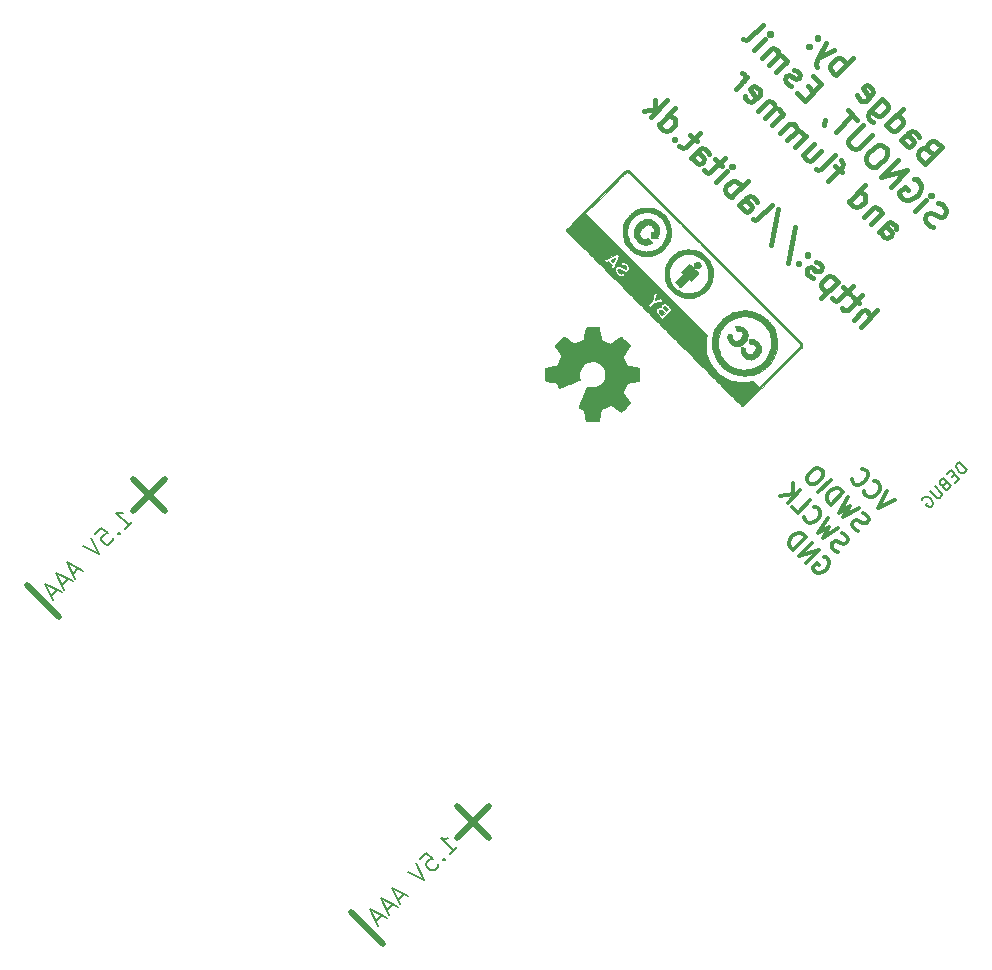
<source format=gbo>
G04 #@! TF.GenerationSoftware,KiCad,Pcbnew,(2017-07-14 revision d3b382c)-master*
G04 #@! TF.CreationDate,2017-07-30T20:26:54+02:00*
G04 #@! TF.ProjectId,Bornhack Make Tradition Badge,426F726E6861636B204D616B65205472,rev?*
G04 #@! TF.SameCoordinates,Original
G04 #@! TF.FileFunction,Legend,Bot*
G04 #@! TF.FilePolarity,Positive*
%FSLAX46Y46*%
G04 Gerber Fmt 4.6, Leading zero omitted, Abs format (unit mm)*
G04 Created by KiCad (PCBNEW (2017-07-14 revision d3b382c)-master) date Sunday, July 30, 2017 'PMt' 08:26:54 PM*
%MOMM*%
%LPD*%
G01*
G04 APERTURE LIST*
%ADD10C,0.400000*%
%ADD11C,0.300000*%
%ADD12C,0.010000*%
%ADD13C,0.150000*%
%ADD14C,0.200000*%
%ADD15C,0.550000*%
G04 APERTURE END LIST*
D10*
X144387684Y-64569001D02*
X144118310Y-64434314D01*
X143983623Y-64434314D01*
X143781592Y-64501658D01*
X143579562Y-64703688D01*
X143512218Y-64905719D01*
X143512218Y-65040406D01*
X143579562Y-65242436D01*
X144118310Y-65781184D01*
X145532523Y-64366971D01*
X145061119Y-63895566D01*
X144859088Y-63828223D01*
X144724401Y-63828223D01*
X144522371Y-63895566D01*
X144387684Y-64030253D01*
X144320340Y-64232284D01*
X144320340Y-64366971D01*
X144387684Y-64569001D01*
X144859088Y-65040406D01*
X142098005Y-63760879D02*
X142838783Y-63020101D01*
X143040814Y-62952757D01*
X143242844Y-63020101D01*
X143512218Y-63289475D01*
X143579562Y-63491505D01*
X142165348Y-63693536D02*
X142232692Y-63895566D01*
X142569409Y-64232284D01*
X142771440Y-64299627D01*
X142973470Y-64232284D01*
X143108157Y-64097597D01*
X143175501Y-63895566D01*
X143108157Y-63693536D01*
X142771440Y-63356818D01*
X142704096Y-63154788D01*
X140818478Y-62481353D02*
X142232692Y-61067139D01*
X140885822Y-62414009D02*
X140953165Y-62616040D01*
X141222539Y-62885414D01*
X141424570Y-62952757D01*
X141559257Y-62952757D01*
X141761287Y-62885414D01*
X142165348Y-62481353D01*
X142232692Y-62279322D01*
X142232692Y-62144635D01*
X142165348Y-61942605D01*
X141895974Y-61673231D01*
X141693944Y-61605887D01*
X140481761Y-60259017D02*
X139336921Y-61403857D01*
X139269577Y-61605887D01*
X139269577Y-61740574D01*
X139336921Y-61942605D01*
X139538951Y-62144635D01*
X139740982Y-62211979D01*
X139606295Y-61134483D02*
X139673638Y-61336513D01*
X139943013Y-61605887D01*
X140145043Y-61673231D01*
X140279730Y-61673231D01*
X140481761Y-61605887D01*
X140885822Y-61201826D01*
X140953165Y-60999796D01*
X140953165Y-60865109D01*
X140885822Y-60663078D01*
X140616448Y-60393704D01*
X140414417Y-60326361D01*
X138394112Y-59922299D02*
X138461455Y-60124330D01*
X138730829Y-60393704D01*
X138932860Y-60461048D01*
X139134890Y-60393704D01*
X139673638Y-59854956D01*
X139740982Y-59652925D01*
X139673638Y-59450895D01*
X139404264Y-59181521D01*
X139202234Y-59114177D01*
X139000203Y-59181521D01*
X138865516Y-59316208D01*
X139404264Y-60124330D01*
X136575837Y-58238712D02*
X137990051Y-56824498D01*
X137451303Y-57363246D02*
X137383959Y-57161216D01*
X137114585Y-56891842D01*
X136912555Y-56824498D01*
X136777868Y-56824498D01*
X136575837Y-56891842D01*
X136171776Y-57295903D01*
X136104433Y-57497933D01*
X136104433Y-57632620D01*
X136171776Y-57834651D01*
X136441150Y-58104025D01*
X136643181Y-58171368D01*
X136373807Y-56151063D02*
X135094280Y-56757155D01*
X135700372Y-55477628D02*
X135094280Y-56757155D01*
X134892250Y-57228559D01*
X134892250Y-57363246D01*
X134959593Y-57565277D01*
X134353502Y-55747002D02*
X134218815Y-55747002D01*
X134218815Y-55881689D01*
X134353502Y-55881689D01*
X134353502Y-55747002D01*
X134218815Y-55881689D01*
X135094280Y-55006224D02*
X134959593Y-55006224D01*
X134959593Y-55140911D01*
X135094280Y-55140911D01*
X135094280Y-55006224D01*
X134959593Y-55140911D01*
X144778276Y-71114790D02*
X144508902Y-70980103D01*
X144172185Y-70643385D01*
X144104841Y-70441355D01*
X144104841Y-70306668D01*
X144172185Y-70104637D01*
X144306872Y-69969950D01*
X144508902Y-69902607D01*
X144643589Y-69902607D01*
X144845620Y-69969950D01*
X145182337Y-70171981D01*
X145384368Y-70239324D01*
X145519055Y-70239324D01*
X145721085Y-70171981D01*
X145855772Y-70037294D01*
X145923116Y-69835263D01*
X145923116Y-69700576D01*
X145855772Y-69498546D01*
X145519055Y-69161828D01*
X145249681Y-69027141D01*
X143296719Y-69767920D02*
X144239528Y-68825111D01*
X144710933Y-68353706D02*
X144710933Y-68488393D01*
X144576246Y-68488393D01*
X144576246Y-68353706D01*
X144710933Y-68353706D01*
X144576246Y-68488393D01*
X143229376Y-67006836D02*
X143431406Y-67074179D01*
X143633437Y-67276210D01*
X143768124Y-67545584D01*
X143768124Y-67814958D01*
X143700780Y-68016988D01*
X143498750Y-68353706D01*
X143296719Y-68555737D01*
X142960001Y-68757767D01*
X142757971Y-68825111D01*
X142488597Y-68825111D01*
X142219223Y-68690424D01*
X142084536Y-68555737D01*
X141949849Y-68286363D01*
X141949849Y-68151675D01*
X142421253Y-67680271D01*
X142690627Y-67949645D01*
X141209070Y-67680271D02*
X142623284Y-66266057D01*
X140400948Y-66872149D01*
X141815162Y-65457935D01*
X140872353Y-64515126D02*
X140602979Y-64245752D01*
X140400948Y-64178409D01*
X140131574Y-64178409D01*
X139794857Y-64380439D01*
X139323452Y-64851844D01*
X139121422Y-65188561D01*
X139121422Y-65457935D01*
X139188765Y-65659966D01*
X139458139Y-65929340D01*
X139660170Y-65996683D01*
X139929544Y-65996683D01*
X140266261Y-65794653D01*
X140737666Y-65323248D01*
X140939696Y-64986531D01*
X140939696Y-64717157D01*
X140872353Y-64515126D01*
X139660170Y-63302943D02*
X138515330Y-64447783D01*
X138313300Y-64515126D01*
X138178613Y-64515126D01*
X137976582Y-64447783D01*
X137707208Y-64178409D01*
X137639865Y-63976378D01*
X137639865Y-63841691D01*
X137707208Y-63639661D01*
X138852048Y-62494821D01*
X138380643Y-62023417D02*
X137572521Y-61215295D01*
X136562369Y-63033569D02*
X137976582Y-61619356D01*
X135686903Y-62023417D02*
X135619560Y-62090760D01*
X135552216Y-62292791D01*
X135552216Y-62427478D01*
X134676751Y-59666394D02*
X134205346Y-59194990D01*
X133262537Y-59733738D02*
X133935972Y-60407173D01*
X135350186Y-58992959D01*
X134676751Y-58319524D01*
X132791133Y-59127646D02*
X132589102Y-59060303D01*
X132319728Y-58790929D01*
X132252385Y-58588898D01*
X132319728Y-58386868D01*
X132387072Y-58319524D01*
X132589102Y-58252181D01*
X132791133Y-58319524D01*
X132993163Y-58521555D01*
X133195194Y-58588898D01*
X133397224Y-58521555D01*
X133464568Y-58454211D01*
X133531911Y-58252181D01*
X133464568Y-58050150D01*
X133262537Y-57848120D01*
X133060507Y-57780776D01*
X131511606Y-57982807D02*
X132454415Y-57039998D01*
X132319728Y-57174685D02*
X132319728Y-57039998D01*
X132252385Y-56837967D01*
X132050354Y-56635936D01*
X131848324Y-56568593D01*
X131646293Y-56635936D01*
X130905514Y-57376715D01*
X131646293Y-56635936D02*
X131713636Y-56433906D01*
X131646293Y-56231875D01*
X131444262Y-56029845D01*
X131242232Y-55962501D01*
X131040201Y-56029845D01*
X130299423Y-56770623D01*
X129625988Y-56097188D02*
X130568797Y-55154379D01*
X131040201Y-54682975D02*
X131040201Y-54817662D01*
X130905514Y-54817662D01*
X130905514Y-54682975D01*
X131040201Y-54682975D01*
X130905514Y-54817662D01*
X128750522Y-55221723D02*
X128952553Y-55289066D01*
X129154583Y-55221723D01*
X130366766Y-54009540D01*
X140219121Y-71498648D02*
X140959900Y-70757869D01*
X141161930Y-70690526D01*
X141363961Y-70757869D01*
X141633335Y-71027243D01*
X141700678Y-71229274D01*
X140286464Y-71431304D02*
X140353808Y-71633335D01*
X140690526Y-71970052D01*
X140892556Y-72037396D01*
X141094587Y-71970052D01*
X141229274Y-71835365D01*
X141296617Y-71633335D01*
X141229274Y-71431304D01*
X140892556Y-71094587D01*
X140825213Y-70892556D01*
X140488495Y-69882403D02*
X139545686Y-70825213D01*
X140353808Y-70017090D02*
X140353808Y-69882403D01*
X140286464Y-69680373D01*
X140084434Y-69478342D01*
X139882403Y-69410999D01*
X139680373Y-69478342D01*
X138939594Y-70219121D01*
X137660068Y-68939594D02*
X139074281Y-67525381D01*
X137727411Y-68872251D02*
X137794755Y-69074281D01*
X138064129Y-69343655D01*
X138266159Y-69410999D01*
X138400846Y-69410999D01*
X138602877Y-69343655D01*
X139006938Y-68939594D01*
X139074281Y-68737564D01*
X139074281Y-68602877D01*
X139006938Y-68400846D01*
X138737564Y-68131472D01*
X138535533Y-68064129D01*
X137053976Y-66447885D02*
X136515228Y-65909137D01*
X135909137Y-67188663D02*
X137121320Y-65976480D01*
X137188663Y-65774450D01*
X137121320Y-65572419D01*
X136986633Y-65437732D01*
X134898984Y-66178511D02*
X135101015Y-66245854D01*
X135303045Y-66178511D01*
X136515228Y-64966328D01*
X134696954Y-64090862D02*
X133754145Y-65033671D01*
X135303045Y-64696954D02*
X134562267Y-65437732D01*
X134360236Y-65505076D01*
X134158206Y-65437732D01*
X133956175Y-65235702D01*
X133888832Y-65033671D01*
X133888832Y-64898984D01*
X133080710Y-64360236D02*
X134023519Y-63417427D01*
X133888832Y-63552114D02*
X133888832Y-63417427D01*
X133821488Y-63215397D01*
X133619458Y-63013366D01*
X133417427Y-62946023D01*
X133215397Y-63013366D01*
X132474618Y-63754145D01*
X133215397Y-63013366D02*
X133282740Y-62811336D01*
X133215397Y-62609305D01*
X133013366Y-62407275D01*
X132811336Y-62339931D01*
X132609305Y-62407275D01*
X131868527Y-63148053D01*
X131195092Y-62474618D02*
X132137901Y-61531809D01*
X132003214Y-61666496D02*
X132003214Y-61531809D01*
X131935870Y-61329779D01*
X131733840Y-61127748D01*
X131531809Y-61060405D01*
X131329779Y-61127748D01*
X130589000Y-61868527D01*
X131329779Y-61127748D02*
X131397122Y-60925718D01*
X131329779Y-60723687D01*
X131127748Y-60521657D01*
X130925718Y-60454313D01*
X130723687Y-60521657D01*
X129982909Y-61262435D01*
X128838069Y-59982909D02*
X128905412Y-60184939D01*
X129174786Y-60454313D01*
X129376817Y-60521657D01*
X129578848Y-60454313D01*
X130117596Y-59915565D01*
X130184939Y-59713535D01*
X130117596Y-59511504D01*
X129848222Y-59242130D01*
X129646191Y-59174786D01*
X129444161Y-59242130D01*
X129309473Y-59376817D01*
X129848222Y-60184939D01*
X128097290Y-59376817D02*
X129040099Y-58434008D01*
X128770725Y-58703382D02*
X128838069Y-58501351D01*
X128838069Y-58366664D01*
X128770725Y-58164634D01*
X128636038Y-58029947D01*
X138676955Y-79573133D02*
X140091168Y-78158920D01*
X138070863Y-78967042D02*
X138811642Y-78226263D01*
X139013672Y-78158920D01*
X139215703Y-78226263D01*
X139417733Y-78428294D01*
X139485077Y-78630324D01*
X139485077Y-78765011D01*
X138542268Y-77552828D02*
X138003520Y-77014080D01*
X138811642Y-76879393D02*
X137599459Y-78091576D01*
X137397428Y-78158920D01*
X137195398Y-78091576D01*
X137060711Y-77956889D01*
X137734146Y-76744706D02*
X137195398Y-76205958D01*
X138003520Y-76071271D02*
X136791337Y-77283454D01*
X136589306Y-77350798D01*
X136387276Y-77283454D01*
X136252589Y-77148767D01*
X136723993Y-75734554D02*
X135309780Y-77148767D01*
X136656650Y-75801897D02*
X136589306Y-75599867D01*
X136319932Y-75330493D01*
X136117902Y-75263149D01*
X135983215Y-75263149D01*
X135781184Y-75330493D01*
X135377123Y-75734554D01*
X135309780Y-75936584D01*
X135309780Y-76071271D01*
X135377123Y-76273302D01*
X135646497Y-76542676D01*
X135848528Y-76610019D01*
X134636345Y-75397836D02*
X134434314Y-75330493D01*
X134164940Y-75061119D01*
X134097597Y-74859088D01*
X134164940Y-74657058D01*
X134232284Y-74589714D01*
X134434314Y-74522371D01*
X134636345Y-74589714D01*
X134838375Y-74791745D01*
X135040406Y-74859088D01*
X135242436Y-74791745D01*
X135309780Y-74724401D01*
X135377123Y-74522371D01*
X135309780Y-74320340D01*
X135107749Y-74118310D01*
X134905719Y-74050966D01*
X133491505Y-74118310D02*
X133356818Y-74118310D01*
X133356818Y-74252997D01*
X133491505Y-74252997D01*
X133491505Y-74118310D01*
X133356818Y-74252997D01*
X134232284Y-73377531D02*
X134097597Y-73377531D01*
X134097597Y-73512218D01*
X134232284Y-73512218D01*
X134232284Y-73377531D01*
X134097597Y-73512218D01*
X133154788Y-71087852D02*
X132548696Y-74118310D01*
X131673231Y-69606295D02*
X131067139Y-72636753D01*
X129518238Y-70414417D02*
X129720269Y-70481761D01*
X129922299Y-70414417D01*
X131134483Y-69202234D01*
X128373399Y-69269577D02*
X129114177Y-68528799D01*
X129316208Y-68461455D01*
X129518238Y-68528799D01*
X129787612Y-68798173D01*
X129854956Y-69000203D01*
X128440742Y-69202234D02*
X128508086Y-69404264D01*
X128844803Y-69740982D01*
X129046834Y-69808325D01*
X129248864Y-69740982D01*
X129383551Y-69606295D01*
X129450895Y-69404264D01*
X129383551Y-69202234D01*
X129046834Y-68865516D01*
X128979490Y-68663486D01*
X127699964Y-68596142D02*
X129114177Y-67181929D01*
X128575429Y-67720677D02*
X128508086Y-67518646D01*
X128238712Y-67249272D01*
X128036681Y-67181929D01*
X127901994Y-67181929D01*
X127699964Y-67249272D01*
X127295903Y-67653333D01*
X127228559Y-67855364D01*
X127228559Y-67990051D01*
X127295903Y-68192081D01*
X127565277Y-68461455D01*
X127767307Y-68528799D01*
X126420437Y-67316616D02*
X127363246Y-66373807D01*
X127834651Y-65902402D02*
X127834651Y-66037089D01*
X127699964Y-66037089D01*
X127699964Y-65902402D01*
X127834651Y-65902402D01*
X127699964Y-66037089D01*
X126891842Y-65902402D02*
X126353094Y-65363654D01*
X127161216Y-65228967D02*
X125949033Y-66441150D01*
X125747002Y-66508494D01*
X125544972Y-66441150D01*
X125410285Y-66306463D01*
X124332789Y-65228967D02*
X125073567Y-64488189D01*
X125275598Y-64420845D01*
X125477628Y-64488189D01*
X125747002Y-64757563D01*
X125814346Y-64959593D01*
X124400132Y-65161624D02*
X124467476Y-65363654D01*
X124804193Y-65700372D01*
X125006224Y-65767715D01*
X125208254Y-65700372D01*
X125342941Y-65565685D01*
X125410285Y-65363654D01*
X125342941Y-65161624D01*
X125006224Y-64824906D01*
X124938880Y-64622876D01*
X124804193Y-63814754D02*
X124265445Y-63276006D01*
X125073567Y-63141319D02*
X123861384Y-64353502D01*
X123659354Y-64420845D01*
X123457323Y-64353502D01*
X123322636Y-64218815D01*
X122985919Y-63612723D02*
X122851232Y-63612723D01*
X122851232Y-63747410D01*
X122985919Y-63747410D01*
X122985919Y-63612723D01*
X122851232Y-63747410D01*
X121571705Y-62467884D02*
X122985919Y-61053670D01*
X121639049Y-62400540D02*
X121706392Y-62602571D01*
X121975766Y-62871945D01*
X122177797Y-62939288D01*
X122312484Y-62939288D01*
X122514514Y-62871945D01*
X122918575Y-62467884D01*
X122985919Y-62265853D01*
X122985919Y-62131166D01*
X122918575Y-61929136D01*
X122649201Y-61659762D01*
X122447171Y-61592418D01*
X120898270Y-61794449D02*
X122312484Y-60380235D01*
X121302331Y-61121014D02*
X120359522Y-61255701D01*
X121302331Y-60312892D02*
X121302331Y-61390388D01*
D11*
X141591936Y-94180261D02*
X140177723Y-94887367D01*
X140884829Y-93473154D01*
X138965540Y-93473154D02*
X138965540Y-93574169D01*
X139066555Y-93776200D01*
X139167570Y-93877215D01*
X139369601Y-93978230D01*
X139571631Y-93978230D01*
X139723154Y-93927723D01*
X139975692Y-93776200D01*
X140127215Y-93624677D01*
X140278738Y-93372139D01*
X140329245Y-93220616D01*
X140329245Y-93018585D01*
X140228230Y-92816555D01*
X140127215Y-92715540D01*
X139925184Y-92614524D01*
X139824169Y-92614524D01*
X137904879Y-92412494D02*
X137904879Y-92513509D01*
X138005895Y-92715540D01*
X138106910Y-92816555D01*
X138308940Y-92917570D01*
X138510971Y-92917570D01*
X138662494Y-92867062D01*
X138915032Y-92715540D01*
X139066555Y-92564017D01*
X139218078Y-92311479D01*
X139268585Y-92159956D01*
X139268585Y-91957925D01*
X139167570Y-91755895D01*
X139066555Y-91654879D01*
X138864524Y-91553864D01*
X138763509Y-91553864D01*
X135584322Y-99023662D02*
X135735845Y-99074169D01*
X135887367Y-99225692D01*
X135988383Y-99427723D01*
X135988383Y-99629753D01*
X135937875Y-99781276D01*
X135786352Y-100033814D01*
X135634829Y-100185337D01*
X135382291Y-100336860D01*
X135230768Y-100387367D01*
X135028738Y-100387367D01*
X134826707Y-100286352D01*
X134725692Y-100185337D01*
X134624677Y-99983306D01*
X134624677Y-99882291D01*
X134978230Y-99528738D01*
X135180261Y-99730768D01*
X134069093Y-99528738D02*
X135129753Y-98468078D01*
X133463001Y-98922646D01*
X134523662Y-97861986D01*
X132957925Y-98417570D02*
X134018585Y-97356910D01*
X133766047Y-97104372D01*
X133564017Y-97003356D01*
X133361986Y-97003356D01*
X133210463Y-97053864D01*
X132957925Y-97205387D01*
X132806402Y-97356910D01*
X132654879Y-97609448D01*
X132604372Y-97760971D01*
X132604372Y-97963001D01*
X132705387Y-98165032D01*
X132957925Y-98417570D01*
X136730768Y-98589398D02*
X136528738Y-98488383D01*
X136276200Y-98235845D01*
X136225692Y-98084322D01*
X136225692Y-97983306D01*
X136276200Y-97831784D01*
X136377215Y-97730768D01*
X136528738Y-97680261D01*
X136629753Y-97680261D01*
X136781276Y-97730768D01*
X137033814Y-97882291D01*
X137185337Y-97932799D01*
X137286352Y-97932799D01*
X137437875Y-97882291D01*
X137538890Y-97781276D01*
X137589398Y-97629753D01*
X137589398Y-97528738D01*
X137538890Y-97377215D01*
X137286352Y-97124677D01*
X137084322Y-97023662D01*
X136781276Y-96619601D02*
X135468078Y-97427723D01*
X136023662Y-96468078D01*
X135064017Y-97023662D01*
X135872139Y-95710463D01*
X133902341Y-95659956D02*
X133902341Y-95760971D01*
X134003356Y-95963001D01*
X134104372Y-96064017D01*
X134306402Y-96165032D01*
X134508433Y-96165032D01*
X134659956Y-96114524D01*
X134912494Y-95963001D01*
X135064017Y-95811479D01*
X135215540Y-95558940D01*
X135266047Y-95407417D01*
X135266047Y-95205387D01*
X135165032Y-95003356D01*
X135064017Y-94902341D01*
X134861986Y-94801326D01*
X134760971Y-94801326D01*
X132841681Y-94801326D02*
X133346757Y-95306402D01*
X134407417Y-94245742D01*
X132488128Y-94447773D02*
X133548788Y-93387112D01*
X131882036Y-93841681D02*
X132942696Y-93690158D01*
X132942696Y-92781021D02*
X132942696Y-93993204D01*
X138480768Y-96839398D02*
X138278738Y-96738383D01*
X138026200Y-96485845D01*
X137975692Y-96334322D01*
X137975692Y-96233306D01*
X138026200Y-96081784D01*
X138127215Y-95980768D01*
X138278738Y-95930261D01*
X138379753Y-95930261D01*
X138531276Y-95980768D01*
X138783814Y-96132291D01*
X138935337Y-96182799D01*
X139036352Y-96182799D01*
X139187875Y-96132291D01*
X139288890Y-96031276D01*
X139339398Y-95879753D01*
X139339398Y-95778738D01*
X139288890Y-95627215D01*
X139036352Y-95374677D01*
X138834322Y-95273662D01*
X138531276Y-94869601D02*
X137218078Y-95677723D01*
X137773662Y-94718078D01*
X136814017Y-95273662D01*
X137622139Y-93960463D01*
X136157417Y-94617062D02*
X137218078Y-93556402D01*
X136965540Y-93303864D01*
X136763509Y-93202849D01*
X136561479Y-93202849D01*
X136409956Y-93253356D01*
X136157417Y-93404879D01*
X136005895Y-93556402D01*
X135854372Y-93808940D01*
X135803864Y-93960463D01*
X135803864Y-94162494D01*
X135904879Y-94364524D01*
X136157417Y-94617062D01*
X135096757Y-93556402D02*
X136157417Y-92495742D01*
X135450311Y-91788635D02*
X135248280Y-91586605D01*
X135096757Y-91536097D01*
X134894727Y-91536097D01*
X134642189Y-91687620D01*
X134288635Y-92041173D01*
X134137112Y-92293712D01*
X134137112Y-92495742D01*
X134187620Y-92647265D01*
X134389651Y-92849295D01*
X134541173Y-92899803D01*
X134743204Y-92899803D01*
X134995742Y-92748280D01*
X135349295Y-92394727D01*
X135500818Y-92142189D01*
X135500818Y-91940158D01*
X135450311Y-91788635D01*
D12*
G36*
X118652961Y-80634387D02*
X118563782Y-80545943D01*
X118496730Y-80480878D01*
X118447903Y-80435913D01*
X118413398Y-80407770D01*
X118389312Y-80393169D01*
X118371743Y-80388833D01*
X118356790Y-80391481D01*
X118346695Y-80395366D01*
X118315900Y-80412733D01*
X118256071Y-80450616D01*
X118172872Y-80505273D01*
X118071963Y-80572963D01*
X117959006Y-80649945D01*
X117901346Y-80689668D01*
X117785633Y-80769085D01*
X117680195Y-80840344D01*
X117590448Y-80899875D01*
X117521808Y-80944108D01*
X117479689Y-80969472D01*
X117470172Y-80973990D01*
X117442596Y-80968732D01*
X117383873Y-80949681D01*
X117301684Y-80919924D01*
X117203704Y-80882543D01*
X117097613Y-80840622D01*
X116991089Y-80797245D01*
X116891809Y-80755499D01*
X116807452Y-80718465D01*
X116745696Y-80689229D01*
X116714219Y-80670874D01*
X116713188Y-80669917D01*
X116704893Y-80645261D01*
X116690296Y-80584803D01*
X116670638Y-80494395D01*
X116647162Y-80379890D01*
X116621107Y-80247141D01*
X116600424Y-80138073D01*
X116573254Y-79995438D01*
X116547739Y-79866644D01*
X116525116Y-79757539D01*
X116506624Y-79673967D01*
X116493498Y-79621776D01*
X116487887Y-79606705D01*
X116461541Y-79600999D01*
X116400004Y-79596605D01*
X116310397Y-79593475D01*
X116199842Y-79591563D01*
X116075459Y-79590821D01*
X115944368Y-79591205D01*
X115813691Y-79592666D01*
X115690548Y-79595158D01*
X115582061Y-79598634D01*
X115495349Y-79603049D01*
X115437535Y-79608354D01*
X115416205Y-79613734D01*
X115404064Y-79639606D01*
X115387452Y-79698283D01*
X115366016Y-79791434D01*
X115339406Y-79920723D01*
X115307270Y-80087814D01*
X115269256Y-80294373D01*
X115251010Y-80395771D01*
X115232300Y-80491652D01*
X115213598Y-80572632D01*
X115197275Y-80629241D01*
X115187141Y-80651021D01*
X115162428Y-80664411D01*
X115105854Y-80690028D01*
X115025020Y-80724785D01*
X114927528Y-80765590D01*
X114820982Y-80809355D01*
X114712984Y-80852990D01*
X114611138Y-80893407D01*
X114523043Y-80927515D01*
X114456307Y-80952226D01*
X114418529Y-80964450D01*
X114413901Y-80965221D01*
X114392760Y-80953749D01*
X114341822Y-80921551D01*
X114266127Y-80871951D01*
X114170717Y-80808274D01*
X114060632Y-80733846D01*
X113986501Y-80683268D01*
X113868786Y-80602964D01*
X113761721Y-80530460D01*
X113670566Y-80469279D01*
X113600584Y-80422941D01*
X113557036Y-80394965D01*
X113545762Y-80388446D01*
X113531889Y-80389171D01*
X113508446Y-80402426D01*
X113472097Y-80431207D01*
X113419506Y-80478511D01*
X113347339Y-80547331D01*
X113252259Y-80640664D01*
X113135742Y-80756699D01*
X113018806Y-80873913D01*
X112928779Y-80965085D01*
X112862437Y-81033908D01*
X112816554Y-81084071D01*
X112787902Y-81119265D01*
X112773260Y-81143184D01*
X112769399Y-81159516D01*
X112773016Y-81171808D01*
X112792933Y-81203771D01*
X112830551Y-81260348D01*
X112879183Y-81331552D01*
X112902070Y-81364547D01*
X113021559Y-81536736D01*
X113118053Y-81677660D01*
X113193443Y-81790301D01*
X113249619Y-81877642D01*
X113288471Y-81942665D01*
X113311888Y-81988354D01*
X113321758Y-82017691D01*
X113322146Y-82027619D01*
X113312592Y-82057702D01*
X113289479Y-82118378D01*
X113255931Y-82202226D01*
X113215078Y-82301826D01*
X113170048Y-82409757D01*
X113123968Y-82518601D01*
X113079968Y-82620935D01*
X113041174Y-82709341D01*
X113010715Y-82776396D01*
X112991719Y-82814682D01*
X112987963Y-82820349D01*
X112964661Y-82827357D01*
X112905718Y-82840665D01*
X112817146Y-82859040D01*
X112704963Y-82881255D01*
X112575182Y-82906080D01*
X112498726Y-82920356D01*
X112360611Y-82946878D01*
X112235723Y-82972669D01*
X112130358Y-82996282D01*
X112050809Y-83016270D01*
X112003369Y-83031187D01*
X111993442Y-83036497D01*
X111985270Y-83065488D01*
X111978322Y-83131590D01*
X111972846Y-83229588D01*
X111969092Y-83354272D01*
X111967311Y-83500426D01*
X111967248Y-83583624D01*
X111967962Y-83745534D01*
X111969367Y-83870172D01*
X111971964Y-83962598D01*
X111976260Y-84027873D01*
X111982757Y-84071059D01*
X111991962Y-84097214D01*
X112004377Y-84111402D01*
X112020509Y-84118681D01*
X112020592Y-84118706D01*
X112056524Y-84127192D01*
X112127012Y-84141853D01*
X112224967Y-84161286D01*
X112343293Y-84184092D01*
X112474901Y-84208869D01*
X112508807Y-84215162D01*
X112640057Y-84240160D01*
X112757320Y-84263834D01*
X112854141Y-84284773D01*
X112924066Y-84301563D01*
X112960641Y-84312793D01*
X112964094Y-84314815D01*
X112978227Y-84342026D01*
X113001036Y-84400055D01*
X113028872Y-84479216D01*
X113047420Y-84535811D01*
X113078345Y-84625013D01*
X113106763Y-84692820D01*
X113129274Y-84731655D01*
X113138088Y-84737927D01*
X113163571Y-84730085D01*
X113223071Y-84707892D01*
X113311557Y-84673344D01*
X113423996Y-84628439D01*
X113555358Y-84575175D01*
X113700609Y-84515549D01*
X113756263Y-84492525D01*
X113919814Y-84424764D01*
X114084209Y-84356729D01*
X114241594Y-84291667D01*
X114384114Y-84232821D01*
X114503913Y-84183437D01*
X114593134Y-84146761D01*
X114599059Y-84144333D01*
X114695487Y-84103928D01*
X114778061Y-84067660D01*
X114838599Y-84039238D01*
X114868923Y-84022376D01*
X114870089Y-84021360D01*
X114876466Y-83992105D01*
X114874966Y-83933081D01*
X114866014Y-83856030D01*
X114863582Y-83840778D01*
X114840925Y-83602303D01*
X114855829Y-83382808D01*
X114908634Y-83181100D01*
X114999682Y-82995987D01*
X115129315Y-82826276D01*
X115165002Y-82788916D01*
X115327162Y-82651699D01*
X115503784Y-82553259D01*
X115698272Y-82492134D01*
X115914028Y-82466866D01*
X115915572Y-82466814D01*
X116126408Y-82479781D01*
X116325039Y-82530718D01*
X116507635Y-82616094D01*
X116670362Y-82732383D01*
X116809388Y-82876055D01*
X116920884Y-83043582D01*
X117001016Y-83231435D01*
X117045954Y-83436087D01*
X117052823Y-83514043D01*
X117044781Y-83730408D01*
X116996895Y-83932540D01*
X116909434Y-84119741D01*
X116782667Y-84291311D01*
X116735416Y-84341227D01*
X116575212Y-84480088D01*
X116408025Y-84581035D01*
X116229083Y-84645522D01*
X116033616Y-84675006D01*
X115816852Y-84670944D01*
X115700528Y-84657016D01*
X115616067Y-84647100D01*
X115547111Y-84643873D01*
X115504616Y-84647658D01*
X115497602Y-84651083D01*
X115484768Y-84675013D01*
X115457867Y-84733437D01*
X115418919Y-84821691D01*
X115369939Y-84935111D01*
X115312950Y-85069030D01*
X115249967Y-85218784D01*
X115197875Y-85343834D01*
X115128785Y-85510257D01*
X115061876Y-85671214D01*
X114999639Y-85820728D01*
X114944564Y-85952822D01*
X114899142Y-86061522D01*
X114865864Y-86140851D01*
X114852260Y-86173046D01*
X114811433Y-86270490D01*
X114789804Y-86337112D01*
X114791093Y-86381487D01*
X114819019Y-86412194D01*
X114877300Y-86437811D01*
X114969655Y-86466915D01*
X114981181Y-86470431D01*
X115068363Y-86498367D01*
X115140502Y-86523907D01*
X115187745Y-86543436D01*
X115200044Y-86550764D01*
X115209369Y-86576330D01*
X115224918Y-86637423D01*
X115245340Y-86727916D01*
X115269284Y-86841686D01*
X115295395Y-86972609D01*
X115310271Y-87050135D01*
X115336573Y-87187238D01*
X115360805Y-87309994D01*
X115381730Y-87412429D01*
X115398115Y-87488569D01*
X115408721Y-87532440D01*
X115411697Y-87540706D01*
X115434932Y-87543700D01*
X115494609Y-87546492D01*
X115584833Y-87548944D01*
X115699710Y-87550922D01*
X115833350Y-87552292D01*
X115939064Y-87552827D01*
X116083718Y-87552222D01*
X116214889Y-87549712D01*
X116326451Y-87545570D01*
X116412280Y-87540074D01*
X116466248Y-87533499D01*
X116481860Y-87528335D01*
X116493027Y-87500739D01*
X116510006Y-87437716D01*
X116531383Y-87345545D01*
X116555736Y-87230507D01*
X116581648Y-87098887D01*
X116595112Y-87026817D01*
X116620888Y-86889668D01*
X116645239Y-86766346D01*
X116666851Y-86663008D01*
X116684414Y-86585812D01*
X116696617Y-86540915D01*
X116700434Y-86532351D01*
X116727046Y-86516430D01*
X116785449Y-86488008D01*
X116868118Y-86450281D01*
X116967525Y-86406441D01*
X117076146Y-86359682D01*
X117186453Y-86313198D01*
X117290922Y-86270184D01*
X117382027Y-86233833D01*
X117452241Y-86207338D01*
X117494037Y-86193894D01*
X117500413Y-86192863D01*
X117528307Y-86204345D01*
X117585287Y-86236833D01*
X117665876Y-86286881D01*
X117764601Y-86351043D01*
X117875990Y-86425873D01*
X117935363Y-86466655D01*
X118050820Y-86545730D01*
X118156010Y-86616227D01*
X118245528Y-86674648D01*
X118313968Y-86717496D01*
X118355923Y-86741270D01*
X118365356Y-86744921D01*
X118391414Y-86731890D01*
X118440728Y-86693105D01*
X118508386Y-86633502D01*
X118589472Y-86558020D01*
X118679074Y-86471599D01*
X118772276Y-86379176D01*
X118864167Y-86285690D01*
X118949832Y-86196079D01*
X119024356Y-86115281D01*
X119082826Y-86048235D01*
X119120328Y-85999880D01*
X119131950Y-85975154D01*
X119131777Y-85974654D01*
X119116608Y-85949701D01*
X119080935Y-85895142D01*
X119028270Y-85816228D01*
X118962134Y-85718209D01*
X118886042Y-85606335D01*
X118836454Y-85533843D01*
X118756773Y-85416543D01*
X118685864Y-85310117D01*
X118627057Y-85219734D01*
X118583685Y-85150563D01*
X118559078Y-85107771D01*
X118554707Y-85096748D01*
X118563000Y-85065804D01*
X118584858Y-85004078D01*
X118617097Y-84919353D01*
X118656530Y-84819416D01*
X118699971Y-84712047D01*
X118744237Y-84605030D01*
X118786141Y-84506148D01*
X118822499Y-84423186D01*
X118850123Y-84363926D01*
X118865831Y-84336152D01*
X118866092Y-84335879D01*
X118893713Y-84324630D01*
X118956797Y-84307454D01*
X119049119Y-84285774D01*
X119164451Y-84261009D01*
X119296569Y-84234582D01*
X119375400Y-84219617D01*
X119514799Y-84193097D01*
X119641511Y-84167929D01*
X119749168Y-84145463D01*
X119831399Y-84127049D01*
X119881832Y-84114040D01*
X119893698Y-84109684D01*
X119905521Y-84091290D01*
X119914671Y-84048672D01*
X119921386Y-83978193D01*
X119925908Y-83876213D01*
X119928476Y-83739095D01*
X119929325Y-83569079D01*
X119928684Y-83424388D01*
X119926714Y-83293641D01*
X119923619Y-83182829D01*
X119919600Y-83097941D01*
X119914863Y-83044966D01*
X119911016Y-83029834D01*
X119885745Y-83020945D01*
X119824769Y-83005973D01*
X119734072Y-82986191D01*
X119619637Y-82962870D01*
X119487450Y-82937281D01*
X119392335Y-82919576D01*
X119250930Y-82893212D01*
X119122612Y-82868427D01*
X119013521Y-82846476D01*
X118929803Y-82828618D01*
X118877596Y-82816105D01*
X118863425Y-82811409D01*
X118846586Y-82787544D01*
X118817409Y-82732012D01*
X118779226Y-82652473D01*
X118735371Y-82556586D01*
X118689175Y-82452012D01*
X118643971Y-82346410D01*
X118603092Y-82247437D01*
X118569871Y-82162756D01*
X118547639Y-82100025D01*
X118539727Y-82067413D01*
X118551181Y-82040841D01*
X118583579Y-81984723D01*
X118633647Y-81904236D01*
X118698114Y-81804554D01*
X118773703Y-81690855D01*
X118835265Y-81600165D01*
X118917113Y-81480060D01*
X118990707Y-81370971D01*
X119052726Y-81277911D01*
X119099849Y-81205892D01*
X119128755Y-81159928D01*
X119136487Y-81145547D01*
X119123530Y-81124594D01*
X119083801Y-81077872D01*
X119020827Y-81009176D01*
X118938135Y-80922299D01*
X118839256Y-80821033D01*
X118768169Y-80749489D01*
X118652961Y-80634387D01*
X118652961Y-80634387D01*
G37*
X118652961Y-80634387D02*
X118563782Y-80545943D01*
X118496730Y-80480878D01*
X118447903Y-80435913D01*
X118413398Y-80407770D01*
X118389312Y-80393169D01*
X118371743Y-80388833D01*
X118356790Y-80391481D01*
X118346695Y-80395366D01*
X118315900Y-80412733D01*
X118256071Y-80450616D01*
X118172872Y-80505273D01*
X118071963Y-80572963D01*
X117959006Y-80649945D01*
X117901346Y-80689668D01*
X117785633Y-80769085D01*
X117680195Y-80840344D01*
X117590448Y-80899875D01*
X117521808Y-80944108D01*
X117479689Y-80969472D01*
X117470172Y-80973990D01*
X117442596Y-80968732D01*
X117383873Y-80949681D01*
X117301684Y-80919924D01*
X117203704Y-80882543D01*
X117097613Y-80840622D01*
X116991089Y-80797245D01*
X116891809Y-80755499D01*
X116807452Y-80718465D01*
X116745696Y-80689229D01*
X116714219Y-80670874D01*
X116713188Y-80669917D01*
X116704893Y-80645261D01*
X116690296Y-80584803D01*
X116670638Y-80494395D01*
X116647162Y-80379890D01*
X116621107Y-80247141D01*
X116600424Y-80138073D01*
X116573254Y-79995438D01*
X116547739Y-79866644D01*
X116525116Y-79757539D01*
X116506624Y-79673967D01*
X116493498Y-79621776D01*
X116487887Y-79606705D01*
X116461541Y-79600999D01*
X116400004Y-79596605D01*
X116310397Y-79593475D01*
X116199842Y-79591563D01*
X116075459Y-79590821D01*
X115944368Y-79591205D01*
X115813691Y-79592666D01*
X115690548Y-79595158D01*
X115582061Y-79598634D01*
X115495349Y-79603049D01*
X115437535Y-79608354D01*
X115416205Y-79613734D01*
X115404064Y-79639606D01*
X115387452Y-79698283D01*
X115366016Y-79791434D01*
X115339406Y-79920723D01*
X115307270Y-80087814D01*
X115269256Y-80294373D01*
X115251010Y-80395771D01*
X115232300Y-80491652D01*
X115213598Y-80572632D01*
X115197275Y-80629241D01*
X115187141Y-80651021D01*
X115162428Y-80664411D01*
X115105854Y-80690028D01*
X115025020Y-80724785D01*
X114927528Y-80765590D01*
X114820982Y-80809355D01*
X114712984Y-80852990D01*
X114611138Y-80893407D01*
X114523043Y-80927515D01*
X114456307Y-80952226D01*
X114418529Y-80964450D01*
X114413901Y-80965221D01*
X114392760Y-80953749D01*
X114341822Y-80921551D01*
X114266127Y-80871951D01*
X114170717Y-80808274D01*
X114060632Y-80733846D01*
X113986501Y-80683268D01*
X113868786Y-80602964D01*
X113761721Y-80530460D01*
X113670566Y-80469279D01*
X113600584Y-80422941D01*
X113557036Y-80394965D01*
X113545762Y-80388446D01*
X113531889Y-80389171D01*
X113508446Y-80402426D01*
X113472097Y-80431207D01*
X113419506Y-80478511D01*
X113347339Y-80547331D01*
X113252259Y-80640664D01*
X113135742Y-80756699D01*
X113018806Y-80873913D01*
X112928779Y-80965085D01*
X112862437Y-81033908D01*
X112816554Y-81084071D01*
X112787902Y-81119265D01*
X112773260Y-81143184D01*
X112769399Y-81159516D01*
X112773016Y-81171808D01*
X112792933Y-81203771D01*
X112830551Y-81260348D01*
X112879183Y-81331552D01*
X112902070Y-81364547D01*
X113021559Y-81536736D01*
X113118053Y-81677660D01*
X113193443Y-81790301D01*
X113249619Y-81877642D01*
X113288471Y-81942665D01*
X113311888Y-81988354D01*
X113321758Y-82017691D01*
X113322146Y-82027619D01*
X113312592Y-82057702D01*
X113289479Y-82118378D01*
X113255931Y-82202226D01*
X113215078Y-82301826D01*
X113170048Y-82409757D01*
X113123968Y-82518601D01*
X113079968Y-82620935D01*
X113041174Y-82709341D01*
X113010715Y-82776396D01*
X112991719Y-82814682D01*
X112987963Y-82820349D01*
X112964661Y-82827357D01*
X112905718Y-82840665D01*
X112817146Y-82859040D01*
X112704963Y-82881255D01*
X112575182Y-82906080D01*
X112498726Y-82920356D01*
X112360611Y-82946878D01*
X112235723Y-82972669D01*
X112130358Y-82996282D01*
X112050809Y-83016270D01*
X112003369Y-83031187D01*
X111993442Y-83036497D01*
X111985270Y-83065488D01*
X111978322Y-83131590D01*
X111972846Y-83229588D01*
X111969092Y-83354272D01*
X111967311Y-83500426D01*
X111967248Y-83583624D01*
X111967962Y-83745534D01*
X111969367Y-83870172D01*
X111971964Y-83962598D01*
X111976260Y-84027873D01*
X111982757Y-84071059D01*
X111991962Y-84097214D01*
X112004377Y-84111402D01*
X112020509Y-84118681D01*
X112020592Y-84118706D01*
X112056524Y-84127192D01*
X112127012Y-84141853D01*
X112224967Y-84161286D01*
X112343293Y-84184092D01*
X112474901Y-84208869D01*
X112508807Y-84215162D01*
X112640057Y-84240160D01*
X112757320Y-84263834D01*
X112854141Y-84284773D01*
X112924066Y-84301563D01*
X112960641Y-84312793D01*
X112964094Y-84314815D01*
X112978227Y-84342026D01*
X113001036Y-84400055D01*
X113028872Y-84479216D01*
X113047420Y-84535811D01*
X113078345Y-84625013D01*
X113106763Y-84692820D01*
X113129274Y-84731655D01*
X113138088Y-84737927D01*
X113163571Y-84730085D01*
X113223071Y-84707892D01*
X113311557Y-84673344D01*
X113423996Y-84628439D01*
X113555358Y-84575175D01*
X113700609Y-84515549D01*
X113756263Y-84492525D01*
X113919814Y-84424764D01*
X114084209Y-84356729D01*
X114241594Y-84291667D01*
X114384114Y-84232821D01*
X114503913Y-84183437D01*
X114593134Y-84146761D01*
X114599059Y-84144333D01*
X114695487Y-84103928D01*
X114778061Y-84067660D01*
X114838599Y-84039238D01*
X114868923Y-84022376D01*
X114870089Y-84021360D01*
X114876466Y-83992105D01*
X114874966Y-83933081D01*
X114866014Y-83856030D01*
X114863582Y-83840778D01*
X114840925Y-83602303D01*
X114855829Y-83382808D01*
X114908634Y-83181100D01*
X114999682Y-82995987D01*
X115129315Y-82826276D01*
X115165002Y-82788916D01*
X115327162Y-82651699D01*
X115503784Y-82553259D01*
X115698272Y-82492134D01*
X115914028Y-82466866D01*
X115915572Y-82466814D01*
X116126408Y-82479781D01*
X116325039Y-82530718D01*
X116507635Y-82616094D01*
X116670362Y-82732383D01*
X116809388Y-82876055D01*
X116920884Y-83043582D01*
X117001016Y-83231435D01*
X117045954Y-83436087D01*
X117052823Y-83514043D01*
X117044781Y-83730408D01*
X116996895Y-83932540D01*
X116909434Y-84119741D01*
X116782667Y-84291311D01*
X116735416Y-84341227D01*
X116575212Y-84480088D01*
X116408025Y-84581035D01*
X116229083Y-84645522D01*
X116033616Y-84675006D01*
X115816852Y-84670944D01*
X115700528Y-84657016D01*
X115616067Y-84647100D01*
X115547111Y-84643873D01*
X115504616Y-84647658D01*
X115497602Y-84651083D01*
X115484768Y-84675013D01*
X115457867Y-84733437D01*
X115418919Y-84821691D01*
X115369939Y-84935111D01*
X115312950Y-85069030D01*
X115249967Y-85218784D01*
X115197875Y-85343834D01*
X115128785Y-85510257D01*
X115061876Y-85671214D01*
X114999639Y-85820728D01*
X114944564Y-85952822D01*
X114899142Y-86061522D01*
X114865864Y-86140851D01*
X114852260Y-86173046D01*
X114811433Y-86270490D01*
X114789804Y-86337112D01*
X114791093Y-86381487D01*
X114819019Y-86412194D01*
X114877300Y-86437811D01*
X114969655Y-86466915D01*
X114981181Y-86470431D01*
X115068363Y-86498367D01*
X115140502Y-86523907D01*
X115187745Y-86543436D01*
X115200044Y-86550764D01*
X115209369Y-86576330D01*
X115224918Y-86637423D01*
X115245340Y-86727916D01*
X115269284Y-86841686D01*
X115295395Y-86972609D01*
X115310271Y-87050135D01*
X115336573Y-87187238D01*
X115360805Y-87309994D01*
X115381730Y-87412429D01*
X115398115Y-87488569D01*
X115408721Y-87532440D01*
X115411697Y-87540706D01*
X115434932Y-87543700D01*
X115494609Y-87546492D01*
X115584833Y-87548944D01*
X115699710Y-87550922D01*
X115833350Y-87552292D01*
X115939064Y-87552827D01*
X116083718Y-87552222D01*
X116214889Y-87549712D01*
X116326451Y-87545570D01*
X116412280Y-87540074D01*
X116466248Y-87533499D01*
X116481860Y-87528335D01*
X116493027Y-87500739D01*
X116510006Y-87437716D01*
X116531383Y-87345545D01*
X116555736Y-87230507D01*
X116581648Y-87098887D01*
X116595112Y-87026817D01*
X116620888Y-86889668D01*
X116645239Y-86766346D01*
X116666851Y-86663008D01*
X116684414Y-86585812D01*
X116696617Y-86540915D01*
X116700434Y-86532351D01*
X116727046Y-86516430D01*
X116785449Y-86488008D01*
X116868118Y-86450281D01*
X116967525Y-86406441D01*
X117076146Y-86359682D01*
X117186453Y-86313198D01*
X117290922Y-86270184D01*
X117382027Y-86233833D01*
X117452241Y-86207338D01*
X117494037Y-86193894D01*
X117500413Y-86192863D01*
X117528307Y-86204345D01*
X117585287Y-86236833D01*
X117665876Y-86286881D01*
X117764601Y-86351043D01*
X117875990Y-86425873D01*
X117935363Y-86466655D01*
X118050820Y-86545730D01*
X118156010Y-86616227D01*
X118245528Y-86674648D01*
X118313968Y-86717496D01*
X118355923Y-86741270D01*
X118365356Y-86744921D01*
X118391414Y-86731890D01*
X118440728Y-86693105D01*
X118508386Y-86633502D01*
X118589472Y-86558020D01*
X118679074Y-86471599D01*
X118772276Y-86379176D01*
X118864167Y-86285690D01*
X118949832Y-86196079D01*
X119024356Y-86115281D01*
X119082826Y-86048235D01*
X119120328Y-85999880D01*
X119131950Y-85975154D01*
X119131777Y-85974654D01*
X119116608Y-85949701D01*
X119080935Y-85895142D01*
X119028270Y-85816228D01*
X118962134Y-85718209D01*
X118886042Y-85606335D01*
X118836454Y-85533843D01*
X118756773Y-85416543D01*
X118685864Y-85310117D01*
X118627057Y-85219734D01*
X118583685Y-85150563D01*
X118559078Y-85107771D01*
X118554707Y-85096748D01*
X118563000Y-85065804D01*
X118584858Y-85004078D01*
X118617097Y-84919353D01*
X118656530Y-84819416D01*
X118699971Y-84712047D01*
X118744237Y-84605030D01*
X118786141Y-84506148D01*
X118822499Y-84423186D01*
X118850123Y-84363926D01*
X118865831Y-84336152D01*
X118866092Y-84335879D01*
X118893713Y-84324630D01*
X118956797Y-84307454D01*
X119049119Y-84285774D01*
X119164451Y-84261009D01*
X119296569Y-84234582D01*
X119375400Y-84219617D01*
X119514799Y-84193097D01*
X119641511Y-84167929D01*
X119749168Y-84145463D01*
X119831399Y-84127049D01*
X119881832Y-84114040D01*
X119893698Y-84109684D01*
X119905521Y-84091290D01*
X119914671Y-84048672D01*
X119921386Y-83978193D01*
X119925908Y-83876213D01*
X119928476Y-83739095D01*
X119929325Y-83569079D01*
X119928684Y-83424388D01*
X119926714Y-83293641D01*
X119923619Y-83182829D01*
X119919600Y-83097941D01*
X119914863Y-83044966D01*
X119911016Y-83029834D01*
X119885745Y-83020945D01*
X119824769Y-83005973D01*
X119734072Y-82986191D01*
X119619637Y-82962870D01*
X119487450Y-82937281D01*
X119392335Y-82919576D01*
X119250930Y-82893212D01*
X119122612Y-82868427D01*
X119013521Y-82846476D01*
X118929803Y-82828618D01*
X118877596Y-82816105D01*
X118863425Y-82811409D01*
X118846586Y-82787544D01*
X118817409Y-82732012D01*
X118779226Y-82652473D01*
X118735371Y-82556586D01*
X118689175Y-82452012D01*
X118643971Y-82346410D01*
X118603092Y-82247437D01*
X118569871Y-82162756D01*
X118547639Y-82100025D01*
X118539727Y-82067413D01*
X118551181Y-82040841D01*
X118583579Y-81984723D01*
X118633647Y-81904236D01*
X118698114Y-81804554D01*
X118773703Y-81690855D01*
X118835265Y-81600165D01*
X118917113Y-81480060D01*
X118990707Y-81370971D01*
X119052726Y-81277911D01*
X119099849Y-81205892D01*
X119128755Y-81159928D01*
X119136487Y-81145547D01*
X119123530Y-81124594D01*
X119083801Y-81077872D01*
X119020827Y-81009176D01*
X118938135Y-80922299D01*
X118839256Y-80821033D01*
X118768169Y-80749489D01*
X118652961Y-80634387D01*
G36*
X121328553Y-70753853D02*
X121277981Y-70704156D01*
X121238232Y-70666540D01*
X121205447Y-70637832D01*
X121175772Y-70614862D01*
X121145352Y-70594461D01*
X121110329Y-70573457D01*
X121106371Y-70571171D01*
X120973260Y-70505484D01*
X120838498Y-70460891D01*
X120702174Y-70437389D01*
X120564376Y-70434976D01*
X120425192Y-70453651D01*
X120284709Y-70493412D01*
X120143017Y-70554257D01*
X120070304Y-70593411D01*
X120037409Y-70612819D01*
X120009134Y-70631126D01*
X119982171Y-70651098D01*
X119953212Y-70675503D01*
X119918949Y-70707109D01*
X119876073Y-70748683D01*
X119829283Y-70795024D01*
X119765382Y-70859761D01*
X119714502Y-70914620D01*
X119673725Y-70963650D01*
X119640132Y-71010897D01*
X119610804Y-71060412D01*
X119582822Y-71116240D01*
X119558201Y-71171030D01*
X119510073Y-71307245D01*
X119482225Y-71445908D01*
X119474185Y-71585300D01*
X119485480Y-71723705D01*
X119515637Y-71859405D01*
X119564183Y-71990683D01*
X119630648Y-72115822D01*
X119714557Y-72233105D01*
X119815437Y-72340813D01*
X119899922Y-72412714D01*
X120009458Y-72484549D01*
X120127763Y-72538683D01*
X120252139Y-72574647D01*
X120379885Y-72591979D01*
X120508302Y-72590207D01*
X120634689Y-72568867D01*
X120696790Y-72550538D01*
X120756912Y-72527778D01*
X120818932Y-72500358D01*
X120877968Y-72470798D01*
X120929138Y-72441617D01*
X120967563Y-72415339D01*
X120980529Y-72404015D01*
X120985014Y-72398719D01*
X120986366Y-72392583D01*
X120982972Y-72383690D01*
X120973223Y-72370123D01*
X120955509Y-72349965D01*
X120928216Y-72321297D01*
X120889737Y-72282204D01*
X120838458Y-72230767D01*
X120816658Y-72208962D01*
X120637195Y-72029499D01*
X120612300Y-72045763D01*
X120552278Y-72083604D01*
X120504146Y-72109996D01*
X120463181Y-72126615D01*
X120424660Y-72135129D01*
X120383861Y-72137209D01*
X120356982Y-72136107D01*
X120300789Y-72129204D01*
X120250769Y-72114704D01*
X120202702Y-72090320D01*
X120152377Y-72053766D01*
X120095576Y-72002755D01*
X120076151Y-71983805D01*
X120035689Y-71943408D01*
X120007375Y-71913572D01*
X119988145Y-71890143D01*
X119974934Y-71868963D01*
X119964679Y-71845876D01*
X119955471Y-71820111D01*
X119935941Y-71730747D01*
X119935793Y-71635095D01*
X119954776Y-71534767D01*
X119992634Y-71431372D01*
X120027811Y-71362277D01*
X120045159Y-71333198D01*
X120063795Y-71306087D01*
X120086535Y-71277640D01*
X120116190Y-71244555D01*
X120155571Y-71203530D01*
X120207495Y-71151261D01*
X120207733Y-71151024D01*
X120260524Y-71098854D01*
X120302071Y-71059212D01*
X120335701Y-71029277D01*
X120364736Y-71006220D01*
X120392505Y-70987220D01*
X120419824Y-70970873D01*
X120519391Y-70922048D01*
X120612815Y-70893034D01*
X120701377Y-70883821D01*
X120786355Y-70894396D01*
X120869030Y-70924750D01*
X120938780Y-70966325D01*
X120990179Y-71010078D01*
X121041755Y-71067345D01*
X121088155Y-71131209D01*
X121124024Y-71194754D01*
X121134388Y-71218965D01*
X121152562Y-71293960D01*
X121153986Y-71374001D01*
X121139433Y-71453038D01*
X121109672Y-71525025D01*
X121091716Y-71553243D01*
X121065385Y-71589597D01*
X120962493Y-71486705D01*
X120962493Y-71774773D01*
X120962493Y-72062841D01*
X121538629Y-72062841D01*
X121480798Y-72005010D01*
X121451889Y-71975652D01*
X121435776Y-71956716D01*
X121430208Y-71943735D01*
X121432935Y-71932244D01*
X121438990Y-71922042D01*
X121515054Y-71787630D01*
X121570173Y-71655700D01*
X121604375Y-71525857D01*
X121617684Y-71397707D01*
X121610129Y-71270856D01*
X121581734Y-71144906D01*
X121532527Y-71019464D01*
X121502673Y-70961395D01*
X121485078Y-70930881D01*
X121467252Y-70903830D01*
X121446231Y-70876711D01*
X121419050Y-70845990D01*
X121382745Y-70808134D01*
X121334353Y-70759609D01*
X121328553Y-70753853D01*
X121328553Y-70753853D01*
G37*
X121328553Y-70753853D02*
X121277981Y-70704156D01*
X121238232Y-70666540D01*
X121205447Y-70637832D01*
X121175772Y-70614862D01*
X121145352Y-70594461D01*
X121110329Y-70573457D01*
X121106371Y-70571171D01*
X120973260Y-70505484D01*
X120838498Y-70460891D01*
X120702174Y-70437389D01*
X120564376Y-70434976D01*
X120425192Y-70453651D01*
X120284709Y-70493412D01*
X120143017Y-70554257D01*
X120070304Y-70593411D01*
X120037409Y-70612819D01*
X120009134Y-70631126D01*
X119982171Y-70651098D01*
X119953212Y-70675503D01*
X119918949Y-70707109D01*
X119876073Y-70748683D01*
X119829283Y-70795024D01*
X119765382Y-70859761D01*
X119714502Y-70914620D01*
X119673725Y-70963650D01*
X119640132Y-71010897D01*
X119610804Y-71060412D01*
X119582822Y-71116240D01*
X119558201Y-71171030D01*
X119510073Y-71307245D01*
X119482225Y-71445908D01*
X119474185Y-71585300D01*
X119485480Y-71723705D01*
X119515637Y-71859405D01*
X119564183Y-71990683D01*
X119630648Y-72115822D01*
X119714557Y-72233105D01*
X119815437Y-72340813D01*
X119899922Y-72412714D01*
X120009458Y-72484549D01*
X120127763Y-72538683D01*
X120252139Y-72574647D01*
X120379885Y-72591979D01*
X120508302Y-72590207D01*
X120634689Y-72568867D01*
X120696790Y-72550538D01*
X120756912Y-72527778D01*
X120818932Y-72500358D01*
X120877968Y-72470798D01*
X120929138Y-72441617D01*
X120967563Y-72415339D01*
X120980529Y-72404015D01*
X120985014Y-72398719D01*
X120986366Y-72392583D01*
X120982972Y-72383690D01*
X120973223Y-72370123D01*
X120955509Y-72349965D01*
X120928216Y-72321297D01*
X120889737Y-72282204D01*
X120838458Y-72230767D01*
X120816658Y-72208962D01*
X120637195Y-72029499D01*
X120612300Y-72045763D01*
X120552278Y-72083604D01*
X120504146Y-72109996D01*
X120463181Y-72126615D01*
X120424660Y-72135129D01*
X120383861Y-72137209D01*
X120356982Y-72136107D01*
X120300789Y-72129204D01*
X120250769Y-72114704D01*
X120202702Y-72090320D01*
X120152377Y-72053766D01*
X120095576Y-72002755D01*
X120076151Y-71983805D01*
X120035689Y-71943408D01*
X120007375Y-71913572D01*
X119988145Y-71890143D01*
X119974934Y-71868963D01*
X119964679Y-71845876D01*
X119955471Y-71820111D01*
X119935941Y-71730747D01*
X119935793Y-71635095D01*
X119954776Y-71534767D01*
X119992634Y-71431372D01*
X120027811Y-71362277D01*
X120045159Y-71333198D01*
X120063795Y-71306087D01*
X120086535Y-71277640D01*
X120116190Y-71244555D01*
X120155571Y-71203530D01*
X120207495Y-71151261D01*
X120207733Y-71151024D01*
X120260524Y-71098854D01*
X120302071Y-71059212D01*
X120335701Y-71029277D01*
X120364736Y-71006220D01*
X120392505Y-70987220D01*
X120419824Y-70970873D01*
X120519391Y-70922048D01*
X120612815Y-70893034D01*
X120701377Y-70883821D01*
X120786355Y-70894396D01*
X120869030Y-70924750D01*
X120938780Y-70966325D01*
X120990179Y-71010078D01*
X121041755Y-71067345D01*
X121088155Y-71131209D01*
X121124024Y-71194754D01*
X121134388Y-71218965D01*
X121152562Y-71293960D01*
X121153986Y-71374001D01*
X121139433Y-71453038D01*
X121109672Y-71525025D01*
X121091716Y-71553243D01*
X121065385Y-71589597D01*
X120962493Y-71486705D01*
X120962493Y-71774773D01*
X120962493Y-72062841D01*
X121538629Y-72062841D01*
X121480798Y-72005010D01*
X121451889Y-71975652D01*
X121435776Y-71956716D01*
X121430208Y-71943735D01*
X121432935Y-71932244D01*
X121438990Y-71922042D01*
X121515054Y-71787630D01*
X121570173Y-71655700D01*
X121604375Y-71525857D01*
X121617684Y-71397707D01*
X121610129Y-71270856D01*
X121581734Y-71144906D01*
X121532527Y-71019464D01*
X121502673Y-70961395D01*
X121485078Y-70930881D01*
X121467252Y-70903830D01*
X121446231Y-70876711D01*
X121419050Y-70845990D01*
X121382745Y-70808134D01*
X121334353Y-70759609D01*
X121328553Y-70753853D01*
G36*
X125036567Y-74112324D02*
X124970428Y-74067497D01*
X124900427Y-74042755D01*
X124829028Y-74038018D01*
X124758691Y-74053203D01*
X124691877Y-74088229D01*
X124647854Y-74125173D01*
X124601425Y-74184745D01*
X124573413Y-74250409D01*
X124563205Y-74318982D01*
X124570189Y-74387285D01*
X124593753Y-74452137D01*
X124633283Y-74510358D01*
X124688170Y-74558766D01*
X124736475Y-74585592D01*
X124801376Y-74603941D01*
X124870792Y-74605635D01*
X124939579Y-74591907D01*
X125002595Y-74563998D01*
X125054696Y-74523143D01*
X125069896Y-74505364D01*
X125110395Y-74435979D01*
X125130259Y-74362318D01*
X125129332Y-74285449D01*
X125111576Y-74217010D01*
X125095757Y-74180038D01*
X125077019Y-74151748D01*
X125049081Y-74123376D01*
X125036567Y-74112324D01*
X125036567Y-74112324D01*
G37*
X125036567Y-74112324D02*
X124970428Y-74067497D01*
X124900427Y-74042755D01*
X124829028Y-74038018D01*
X124758691Y-74053203D01*
X124691877Y-74088229D01*
X124647854Y-74125173D01*
X124601425Y-74184745D01*
X124573413Y-74250409D01*
X124563205Y-74318982D01*
X124570189Y-74387285D01*
X124593753Y-74452137D01*
X124633283Y-74510358D01*
X124688170Y-74558766D01*
X124736475Y-74585592D01*
X124801376Y-74603941D01*
X124870792Y-74605635D01*
X124939579Y-74591907D01*
X125002595Y-74563998D01*
X125054696Y-74523143D01*
X125069896Y-74505364D01*
X125110395Y-74435979D01*
X125130259Y-74362318D01*
X125129332Y-74285449D01*
X125111576Y-74217010D01*
X125095757Y-74180038D01*
X125077019Y-74151748D01*
X125049081Y-74123376D01*
X125036567Y-74112324D01*
G36*
X124415372Y-74447644D02*
X124351236Y-74384735D01*
X124301474Y-74337300D01*
X124266078Y-74305329D01*
X124245035Y-74288811D01*
X124242989Y-74287596D01*
X124207810Y-74275432D01*
X124169207Y-74271547D01*
X124165245Y-74271796D01*
X124123095Y-74275426D01*
X123495625Y-74902896D01*
X123660263Y-75067533D01*
X122956810Y-75770986D01*
X123176327Y-75990504D01*
X123232377Y-76046226D01*
X123283818Y-76096740D01*
X123328703Y-76140184D01*
X123365082Y-76174693D01*
X123391008Y-76198404D01*
X123404532Y-76209451D01*
X123405822Y-76210022D01*
X123415113Y-76202761D01*
X123437802Y-76181964D01*
X123472366Y-76149110D01*
X123517285Y-76105677D01*
X123571037Y-76053146D01*
X123632099Y-75992994D01*
X123698952Y-75926701D01*
X123762538Y-75863284D01*
X124109276Y-75516546D01*
X124273914Y-75681185D01*
X124577738Y-75377361D01*
X124657602Y-75297406D01*
X124723699Y-75230816D01*
X124777265Y-75176019D01*
X124819534Y-75131449D01*
X124851743Y-75095538D01*
X124875125Y-75066715D01*
X124890917Y-75043414D01*
X124900353Y-75024064D01*
X124904670Y-75007099D01*
X124905101Y-74990949D01*
X124902882Y-74974045D01*
X124901449Y-74966299D01*
X124898908Y-74957050D01*
X124893849Y-74946438D01*
X124884922Y-74932973D01*
X124870769Y-74915165D01*
X124850041Y-74891525D01*
X124821382Y-74860564D01*
X124783442Y-74820791D01*
X124734865Y-74770717D01*
X124674299Y-74708853D01*
X124600391Y-74633709D01*
X124586817Y-74619927D01*
X124493896Y-74526037D01*
X124415372Y-74447644D01*
X124415372Y-74447644D01*
G37*
X124415372Y-74447644D02*
X124351236Y-74384735D01*
X124301474Y-74337300D01*
X124266078Y-74305329D01*
X124245035Y-74288811D01*
X124242989Y-74287596D01*
X124207810Y-74275432D01*
X124169207Y-74271547D01*
X124165245Y-74271796D01*
X124123095Y-74275426D01*
X123495625Y-74902896D01*
X123660263Y-75067533D01*
X122956810Y-75770986D01*
X123176327Y-75990504D01*
X123232377Y-76046226D01*
X123283818Y-76096740D01*
X123328703Y-76140184D01*
X123365082Y-76174693D01*
X123391008Y-76198404D01*
X123404532Y-76209451D01*
X123405822Y-76210022D01*
X123415113Y-76202761D01*
X123437802Y-76181964D01*
X123472366Y-76149110D01*
X123517285Y-76105677D01*
X123571037Y-76053146D01*
X123632099Y-75992994D01*
X123698952Y-75926701D01*
X123762538Y-75863284D01*
X124109276Y-75516546D01*
X124273914Y-75681185D01*
X124577738Y-75377361D01*
X124657602Y-75297406D01*
X124723699Y-75230816D01*
X124777265Y-75176019D01*
X124819534Y-75131449D01*
X124851743Y-75095538D01*
X124875125Y-75066715D01*
X124890917Y-75043414D01*
X124900353Y-75024064D01*
X124904670Y-75007099D01*
X124905101Y-74990949D01*
X124902882Y-74974045D01*
X124901449Y-74966299D01*
X124898908Y-74957050D01*
X124893849Y-74946438D01*
X124884922Y-74932973D01*
X124870769Y-74915165D01*
X124850041Y-74891525D01*
X124821382Y-74860564D01*
X124783442Y-74820791D01*
X124734865Y-74770717D01*
X124674299Y-74708853D01*
X124600391Y-74633709D01*
X124586817Y-74619927D01*
X124493896Y-74526037D01*
X124415372Y-74447644D01*
G36*
X128769005Y-79652158D02*
X128767675Y-79651109D01*
X128662129Y-79577163D01*
X128557829Y-79523069D01*
X128452246Y-79487854D01*
X128342847Y-79470543D01*
X128293069Y-79468349D01*
X128243954Y-79469509D01*
X128193107Y-79473608D01*
X128145088Y-79479917D01*
X128104454Y-79487709D01*
X128075765Y-79496256D01*
X128063579Y-79504830D01*
X128063533Y-79505000D01*
X128066022Y-79517592D01*
X128074300Y-79546928D01*
X128087360Y-79589705D01*
X128104195Y-79642621D01*
X128123794Y-79702374D01*
X128124096Y-79703283D01*
X128186919Y-79892081D01*
X128264731Y-79875387D01*
X128345585Y-79864352D01*
X128415655Y-79869599D01*
X128478660Y-79892346D01*
X128538315Y-79933814D01*
X128585599Y-79980701D01*
X128635904Y-80047401D01*
X128665796Y-80114536D01*
X128675887Y-80184981D01*
X128666792Y-80261615D01*
X128654638Y-80305002D01*
X128622022Y-80377995D01*
X128572887Y-80453402D01*
X128510996Y-80527571D01*
X128440107Y-80596854D01*
X128363982Y-80657599D01*
X128286384Y-80706158D01*
X128211071Y-80738880D01*
X128205856Y-80740522D01*
X128130264Y-80755272D01*
X128058850Y-80750705D01*
X127987192Y-80726837D01*
X127934502Y-80695142D01*
X127880877Y-80649762D01*
X127832729Y-80596864D01*
X127797339Y-80544234D01*
X127775790Y-80485710D01*
X127766708Y-80416655D01*
X127770585Y-80343995D01*
X127779949Y-80299315D01*
X127788008Y-80265988D01*
X127791508Y-80241996D01*
X127790087Y-80233180D01*
X127764984Y-80224016D01*
X127727014Y-80211503D01*
X127680126Y-80196798D01*
X127628268Y-80181062D01*
X127575390Y-80165454D01*
X127525441Y-80151135D01*
X127482371Y-80139263D01*
X127450127Y-80130998D01*
X127432661Y-80127501D01*
X127430733Y-80127649D01*
X127422921Y-80144649D01*
X127414432Y-80178308D01*
X127406125Y-80224172D01*
X127398859Y-80277790D01*
X127395515Y-80310099D01*
X127394893Y-80431390D01*
X127414787Y-80551628D01*
X127454589Y-80668467D01*
X127513686Y-80779562D01*
X127520216Y-80789631D01*
X127560930Y-80843989D01*
X127613688Y-80903765D01*
X127672709Y-80963145D01*
X127732206Y-81016316D01*
X127786395Y-81057466D01*
X127787410Y-81058143D01*
X127899778Y-81121149D01*
X128016810Y-81164340D01*
X128136870Y-81187384D01*
X128258320Y-81189954D01*
X128366869Y-81174622D01*
X128456823Y-81149876D01*
X128539872Y-81115743D01*
X128619765Y-81069978D01*
X128700253Y-81010337D01*
X128785084Y-80934575D01*
X128812277Y-80908034D01*
X128880085Y-80837943D01*
X128933757Y-80775347D01*
X128976460Y-80715550D01*
X129011361Y-80653859D01*
X129041630Y-80585579D01*
X129056520Y-80546109D01*
X129089608Y-80424636D01*
X129102047Y-80303073D01*
X129094301Y-80182854D01*
X129066833Y-80065414D01*
X129020106Y-79952189D01*
X128954583Y-79844615D01*
X128870729Y-79744125D01*
X128769005Y-79652158D01*
X128769005Y-79652158D01*
G37*
X128769005Y-79652158D02*
X128767675Y-79651109D01*
X128662129Y-79577163D01*
X128557829Y-79523069D01*
X128452246Y-79487854D01*
X128342847Y-79470543D01*
X128293069Y-79468349D01*
X128243954Y-79469509D01*
X128193107Y-79473608D01*
X128145088Y-79479917D01*
X128104454Y-79487709D01*
X128075765Y-79496256D01*
X128063579Y-79504830D01*
X128063533Y-79505000D01*
X128066022Y-79517592D01*
X128074300Y-79546928D01*
X128087360Y-79589705D01*
X128104195Y-79642621D01*
X128123794Y-79702374D01*
X128124096Y-79703283D01*
X128186919Y-79892081D01*
X128264731Y-79875387D01*
X128345585Y-79864352D01*
X128415655Y-79869599D01*
X128478660Y-79892346D01*
X128538315Y-79933814D01*
X128585599Y-79980701D01*
X128635904Y-80047401D01*
X128665796Y-80114536D01*
X128675887Y-80184981D01*
X128666792Y-80261615D01*
X128654638Y-80305002D01*
X128622022Y-80377995D01*
X128572887Y-80453402D01*
X128510996Y-80527571D01*
X128440107Y-80596854D01*
X128363982Y-80657599D01*
X128286384Y-80706158D01*
X128211071Y-80738880D01*
X128205856Y-80740522D01*
X128130264Y-80755272D01*
X128058850Y-80750705D01*
X127987192Y-80726837D01*
X127934502Y-80695142D01*
X127880877Y-80649762D01*
X127832729Y-80596864D01*
X127797339Y-80544234D01*
X127775790Y-80485710D01*
X127766708Y-80416655D01*
X127770585Y-80343995D01*
X127779949Y-80299315D01*
X127788008Y-80265988D01*
X127791508Y-80241996D01*
X127790087Y-80233180D01*
X127764984Y-80224016D01*
X127727014Y-80211503D01*
X127680126Y-80196798D01*
X127628268Y-80181062D01*
X127575390Y-80165454D01*
X127525441Y-80151135D01*
X127482371Y-80139263D01*
X127450127Y-80130998D01*
X127432661Y-80127501D01*
X127430733Y-80127649D01*
X127422921Y-80144649D01*
X127414432Y-80178308D01*
X127406125Y-80224172D01*
X127398859Y-80277790D01*
X127395515Y-80310099D01*
X127394893Y-80431390D01*
X127414787Y-80551628D01*
X127454589Y-80668467D01*
X127513686Y-80779562D01*
X127520216Y-80789631D01*
X127560930Y-80843989D01*
X127613688Y-80903765D01*
X127672709Y-80963145D01*
X127732206Y-81016316D01*
X127786395Y-81057466D01*
X127787410Y-81058143D01*
X127899778Y-81121149D01*
X128016810Y-81164340D01*
X128136870Y-81187384D01*
X128258320Y-81189954D01*
X128366869Y-81174622D01*
X128456823Y-81149876D01*
X128539872Y-81115743D01*
X128619765Y-81069978D01*
X128700253Y-81010337D01*
X128785084Y-80934575D01*
X128812277Y-80908034D01*
X128880085Y-80837943D01*
X128933757Y-80775347D01*
X128976460Y-80715550D01*
X129011361Y-80653859D01*
X129041630Y-80585579D01*
X129056520Y-80546109D01*
X129089608Y-80424636D01*
X129102047Y-80303073D01*
X129094301Y-80182854D01*
X129066833Y-80065414D01*
X129020106Y-79952189D01*
X128954583Y-79844615D01*
X128870729Y-79744125D01*
X128769005Y-79652158D01*
G36*
X129898061Y-80781428D02*
X129897579Y-80781047D01*
X129795411Y-80708727D01*
X129695873Y-80655470D01*
X129595670Y-80620022D01*
X129491502Y-80601128D01*
X129414475Y-80597079D01*
X129364694Y-80598339D01*
X129314035Y-80602219D01*
X129266804Y-80608058D01*
X129227310Y-80615198D01*
X129199858Y-80622983D01*
X129188755Y-80630750D01*
X129188721Y-80631616D01*
X129191967Y-80642791D01*
X129200629Y-80670901D01*
X129213696Y-80712711D01*
X129230158Y-80764988D01*
X129249006Y-80824500D01*
X129249159Y-80824984D01*
X129308986Y-81013403D01*
X129388569Y-80996955D01*
X129470486Y-80986961D01*
X129542372Y-80994081D01*
X129607473Y-81019402D01*
X129669038Y-81064011D01*
X129708991Y-81104189D01*
X129758746Y-81171337D01*
X129788551Y-81240609D01*
X129798349Y-81312725D01*
X129788086Y-81388405D01*
X129757705Y-81468373D01*
X129707151Y-81553346D01*
X129670373Y-81602924D01*
X129623065Y-81659115D01*
X129575790Y-81706159D01*
X129522134Y-81751163D01*
X129439014Y-81810240D01*
X129362171Y-81850515D01*
X129289521Y-81872629D01*
X129218977Y-81877227D01*
X129150820Y-81865623D01*
X129116676Y-81854664D01*
X129088699Y-81841227D01*
X129060405Y-81821321D01*
X129025312Y-81790951D01*
X129016512Y-81782908D01*
X128978912Y-81746899D01*
X128953051Y-81717561D01*
X128933975Y-81688542D01*
X128918259Y-81656876D01*
X128897901Y-81590818D01*
X128890581Y-81516673D01*
X128896748Y-81443372D01*
X128905721Y-81407665D01*
X128914131Y-81379482D01*
X128918174Y-81361289D01*
X128918049Y-81358049D01*
X128907810Y-81354402D01*
X128881290Y-81345829D01*
X128842455Y-81333555D01*
X128795276Y-81318807D01*
X128743723Y-81302813D01*
X128691765Y-81286800D01*
X128643371Y-81271994D01*
X128602511Y-81259624D01*
X128573152Y-81250914D01*
X128559266Y-81247093D01*
X128558904Y-81247031D01*
X128552242Y-81256077D01*
X128545167Y-81282067D01*
X128538244Y-81320803D01*
X128532039Y-81368084D01*
X128527118Y-81419710D01*
X128524046Y-81471481D01*
X128523306Y-81511250D01*
X128534044Y-81636947D01*
X128564972Y-81756364D01*
X128616035Y-81869291D01*
X128621130Y-81878286D01*
X128648572Y-81918753D01*
X128688291Y-81968056D01*
X128736066Y-82021773D01*
X128787676Y-82075480D01*
X128838899Y-82124752D01*
X128885515Y-82165169D01*
X128917125Y-82188458D01*
X129032664Y-82251784D01*
X129151323Y-82294493D01*
X129271968Y-82316529D01*
X129393465Y-82317837D01*
X129514678Y-82298360D01*
X129634474Y-82258043D01*
X129699121Y-82227084D01*
X129763628Y-82187783D01*
X129834086Y-82136436D01*
X129904124Y-82078205D01*
X129967375Y-82018255D01*
X129999567Y-81983438D01*
X130086425Y-81870243D01*
X130152291Y-81755018D01*
X130197263Y-81637540D01*
X130221438Y-81517578D01*
X130225625Y-81460847D01*
X130220198Y-81328954D01*
X130194817Y-81203928D01*
X130149698Y-81086216D01*
X130085055Y-80976265D01*
X130001104Y-80874520D01*
X129898061Y-80781428D01*
X129898061Y-80781428D01*
G37*
X129898061Y-80781428D02*
X129897579Y-80781047D01*
X129795411Y-80708727D01*
X129695873Y-80655470D01*
X129595670Y-80620022D01*
X129491502Y-80601128D01*
X129414475Y-80597079D01*
X129364694Y-80598339D01*
X129314035Y-80602219D01*
X129266804Y-80608058D01*
X129227310Y-80615198D01*
X129199858Y-80622983D01*
X129188755Y-80630750D01*
X129188721Y-80631616D01*
X129191967Y-80642791D01*
X129200629Y-80670901D01*
X129213696Y-80712711D01*
X129230158Y-80764988D01*
X129249006Y-80824500D01*
X129249159Y-80824984D01*
X129308986Y-81013403D01*
X129388569Y-80996955D01*
X129470486Y-80986961D01*
X129542372Y-80994081D01*
X129607473Y-81019402D01*
X129669038Y-81064011D01*
X129708991Y-81104189D01*
X129758746Y-81171337D01*
X129788551Y-81240609D01*
X129798349Y-81312725D01*
X129788086Y-81388405D01*
X129757705Y-81468373D01*
X129707151Y-81553346D01*
X129670373Y-81602924D01*
X129623065Y-81659115D01*
X129575790Y-81706159D01*
X129522134Y-81751163D01*
X129439014Y-81810240D01*
X129362171Y-81850515D01*
X129289521Y-81872629D01*
X129218977Y-81877227D01*
X129150820Y-81865623D01*
X129116676Y-81854664D01*
X129088699Y-81841227D01*
X129060405Y-81821321D01*
X129025312Y-81790951D01*
X129016512Y-81782908D01*
X128978912Y-81746899D01*
X128953051Y-81717561D01*
X128933975Y-81688542D01*
X128918259Y-81656876D01*
X128897901Y-81590818D01*
X128890581Y-81516673D01*
X128896748Y-81443372D01*
X128905721Y-81407665D01*
X128914131Y-81379482D01*
X128918174Y-81361289D01*
X128918049Y-81358049D01*
X128907810Y-81354402D01*
X128881290Y-81345829D01*
X128842455Y-81333555D01*
X128795276Y-81318807D01*
X128743723Y-81302813D01*
X128691765Y-81286800D01*
X128643371Y-81271994D01*
X128602511Y-81259624D01*
X128573152Y-81250914D01*
X128559266Y-81247093D01*
X128558904Y-81247031D01*
X128552242Y-81256077D01*
X128545167Y-81282067D01*
X128538244Y-81320803D01*
X128532039Y-81368084D01*
X128527118Y-81419710D01*
X128524046Y-81471481D01*
X128523306Y-81511250D01*
X128534044Y-81636947D01*
X128564972Y-81756364D01*
X128616035Y-81869291D01*
X128621130Y-81878286D01*
X128648572Y-81918753D01*
X128688291Y-81968056D01*
X128736066Y-82021773D01*
X128787676Y-82075480D01*
X128838899Y-82124752D01*
X128885515Y-82165169D01*
X128917125Y-82188458D01*
X129032664Y-82251784D01*
X129151323Y-82294493D01*
X129271968Y-82316529D01*
X129393465Y-82317837D01*
X129514678Y-82298360D01*
X129634474Y-82258043D01*
X129699121Y-82227084D01*
X129763628Y-82187783D01*
X129834086Y-82136436D01*
X129904124Y-82078205D01*
X129967375Y-82018255D01*
X129999567Y-81983438D01*
X130086425Y-81870243D01*
X130152291Y-81755018D01*
X130197263Y-81637540D01*
X130221438Y-81517578D01*
X130225625Y-81460847D01*
X130220198Y-81328954D01*
X130194817Y-81203928D01*
X130149698Y-81086216D01*
X130085055Y-80976265D01*
X130001104Y-80874520D01*
X129898061Y-80781428D01*
G36*
X121921808Y-69973531D02*
X121767218Y-69847866D01*
X121603180Y-69737751D01*
X121431577Y-69645071D01*
X121311862Y-69593100D01*
X121123478Y-69530605D01*
X120927200Y-69487657D01*
X120722858Y-69464222D01*
X120620894Y-69459875D01*
X120415074Y-69464084D01*
X120220025Y-69485647D01*
X120033491Y-69525233D01*
X119853218Y-69583513D01*
X119676949Y-69661157D01*
X119502428Y-69758834D01*
X119408160Y-69820119D01*
X119368210Y-69850175D01*
X119317416Y-69892692D01*
X119259147Y-69944449D01*
X119196774Y-70002220D01*
X119133667Y-70062786D01*
X119073197Y-70122924D01*
X119018735Y-70179410D01*
X118973648Y-70229024D01*
X118947115Y-70260933D01*
X118826655Y-70430331D01*
X118726776Y-70603891D01*
X118647141Y-70782546D01*
X118587410Y-70967233D01*
X118547248Y-71158885D01*
X118526315Y-71358439D01*
X118523399Y-71433401D01*
X118528630Y-71648007D01*
X118553702Y-71856371D01*
X118598314Y-72057743D01*
X118662167Y-72251378D01*
X118744959Y-72436525D01*
X118846392Y-72612439D01*
X118966163Y-72778371D01*
X119103974Y-72933573D01*
X119140381Y-72969805D01*
X119179092Y-73007043D01*
X119215609Y-73041518D01*
X119245343Y-73068933D01*
X119261311Y-73083020D01*
X119423484Y-73205659D01*
X119596056Y-73310171D01*
X119777962Y-73396226D01*
X119968141Y-73463490D01*
X120165530Y-73511633D01*
X120369063Y-73540323D01*
X120577681Y-73549229D01*
X120735399Y-73542834D01*
X120942815Y-73518100D01*
X121138830Y-73475842D01*
X121324539Y-73415555D01*
X121501037Y-73336734D01*
X121669418Y-73238874D01*
X121830779Y-73121472D01*
X121986213Y-72984022D01*
X122019733Y-72951031D01*
X122076914Y-72890204D01*
X121816141Y-72629432D01*
X121773283Y-72671878D01*
X121718378Y-72724307D01*
X121715955Y-72726598D01*
X121620394Y-72812945D01*
X121531026Y-72884544D01*
X121442879Y-72944630D01*
X121350984Y-72996440D01*
X121250369Y-73043209D01*
X121194683Y-73065933D01*
X121038794Y-73116701D01*
X120872662Y-73151608D01*
X120700059Y-73170654D01*
X120524756Y-73173836D01*
X120350526Y-73161156D01*
X120181140Y-73132613D01*
X120020372Y-73088208D01*
X119959328Y-73066005D01*
X119862672Y-73025165D01*
X119773071Y-72980395D01*
X119686588Y-72929155D01*
X119599283Y-72868908D01*
X119507218Y-72797111D01*
X119406452Y-72711228D01*
X119399641Y-72705216D01*
X119386762Y-72691928D01*
X119363533Y-72666221D01*
X119333280Y-72631833D01*
X119300236Y-72593558D01*
X119187365Y-72447686D01*
X119094038Y-72296176D01*
X119019576Y-72137385D01*
X118963298Y-71969668D01*
X118924527Y-71791385D01*
X118905644Y-71639904D01*
X118898251Y-71450087D01*
X118910180Y-71268391D01*
X118941670Y-71093777D01*
X118992961Y-70925204D01*
X119064295Y-70761631D01*
X119139061Y-70628650D01*
X119161406Y-70593083D01*
X119181272Y-70563103D01*
X119201146Y-70535808D01*
X119223514Y-70508302D01*
X119250860Y-70477684D01*
X119285672Y-70441056D01*
X119330436Y-70395518D01*
X119387638Y-70338171D01*
X119391260Y-70334552D01*
X119463050Y-70263699D01*
X119524093Y-70205916D01*
X119577840Y-70158570D01*
X119627744Y-70119028D01*
X119677255Y-70084663D01*
X119729827Y-70052843D01*
X119788910Y-70020938D01*
X119830248Y-69999998D01*
X119987383Y-69933128D01*
X120154522Y-69883142D01*
X120328624Y-69850257D01*
X120506650Y-69834684D01*
X120685560Y-69836638D01*
X120862315Y-69856334D01*
X121033877Y-69893984D01*
X121091391Y-69911205D01*
X121235001Y-69964956D01*
X121371063Y-70032159D01*
X121503563Y-70115079D01*
X121636483Y-70215980D01*
X121655916Y-70232143D01*
X121793109Y-70360847D01*
X121912934Y-70501373D01*
X122014937Y-70652821D01*
X122098667Y-70814292D01*
X122163670Y-70984883D01*
X122209494Y-71163695D01*
X122235686Y-71349826D01*
X122238769Y-71391664D01*
X122240379Y-71579221D01*
X122222348Y-71764499D01*
X122185241Y-71945452D01*
X122129618Y-72120035D01*
X122056046Y-72286203D01*
X121965087Y-72441910D01*
X121938935Y-72480039D01*
X121908348Y-72522273D01*
X121880082Y-72558601D01*
X121850543Y-72592998D01*
X121816141Y-72629432D01*
X122076914Y-72890204D01*
X122132215Y-72831376D01*
X122228368Y-72713341D01*
X122311909Y-72591754D01*
X122386558Y-72461447D01*
X122420978Y-72392923D01*
X122494445Y-72217232D01*
X122550817Y-72031971D01*
X122589983Y-71839882D01*
X122611830Y-71643708D01*
X122616246Y-71446192D01*
X122603121Y-71250076D01*
X122572341Y-71058101D01*
X122523794Y-70873012D01*
X122487201Y-70769246D01*
X122408066Y-70594060D01*
X122310079Y-70425012D01*
X122195119Y-70263987D01*
X122065068Y-70112866D01*
X121921808Y-69973531D01*
X121921808Y-69973531D01*
G37*
X121921808Y-69973531D02*
X121767218Y-69847866D01*
X121603180Y-69737751D01*
X121431577Y-69645071D01*
X121311862Y-69593100D01*
X121123478Y-69530605D01*
X120927200Y-69487657D01*
X120722858Y-69464222D01*
X120620894Y-69459875D01*
X120415074Y-69464084D01*
X120220025Y-69485647D01*
X120033491Y-69525233D01*
X119853218Y-69583513D01*
X119676949Y-69661157D01*
X119502428Y-69758834D01*
X119408160Y-69820119D01*
X119368210Y-69850175D01*
X119317416Y-69892692D01*
X119259147Y-69944449D01*
X119196774Y-70002220D01*
X119133667Y-70062786D01*
X119073197Y-70122924D01*
X119018735Y-70179410D01*
X118973648Y-70229024D01*
X118947115Y-70260933D01*
X118826655Y-70430331D01*
X118726776Y-70603891D01*
X118647141Y-70782546D01*
X118587410Y-70967233D01*
X118547248Y-71158885D01*
X118526315Y-71358439D01*
X118523399Y-71433401D01*
X118528630Y-71648007D01*
X118553702Y-71856371D01*
X118598314Y-72057743D01*
X118662167Y-72251378D01*
X118744959Y-72436525D01*
X118846392Y-72612439D01*
X118966163Y-72778371D01*
X119103974Y-72933573D01*
X119140381Y-72969805D01*
X119179092Y-73007043D01*
X119215609Y-73041518D01*
X119245343Y-73068933D01*
X119261311Y-73083020D01*
X119423484Y-73205659D01*
X119596056Y-73310171D01*
X119777962Y-73396226D01*
X119968141Y-73463490D01*
X120165530Y-73511633D01*
X120369063Y-73540323D01*
X120577681Y-73549229D01*
X120735399Y-73542834D01*
X120942815Y-73518100D01*
X121138830Y-73475842D01*
X121324539Y-73415555D01*
X121501037Y-73336734D01*
X121669418Y-73238874D01*
X121830779Y-73121472D01*
X121986213Y-72984022D01*
X122019733Y-72951031D01*
X122076914Y-72890204D01*
X121816141Y-72629432D01*
X121773283Y-72671878D01*
X121718378Y-72724307D01*
X121715955Y-72726598D01*
X121620394Y-72812945D01*
X121531026Y-72884544D01*
X121442879Y-72944630D01*
X121350984Y-72996440D01*
X121250369Y-73043209D01*
X121194683Y-73065933D01*
X121038794Y-73116701D01*
X120872662Y-73151608D01*
X120700059Y-73170654D01*
X120524756Y-73173836D01*
X120350526Y-73161156D01*
X120181140Y-73132613D01*
X120020372Y-73088208D01*
X119959328Y-73066005D01*
X119862672Y-73025165D01*
X119773071Y-72980395D01*
X119686588Y-72929155D01*
X119599283Y-72868908D01*
X119507218Y-72797111D01*
X119406452Y-72711228D01*
X119399641Y-72705216D01*
X119386762Y-72691928D01*
X119363533Y-72666221D01*
X119333280Y-72631833D01*
X119300236Y-72593558D01*
X119187365Y-72447686D01*
X119094038Y-72296176D01*
X119019576Y-72137385D01*
X118963298Y-71969668D01*
X118924527Y-71791385D01*
X118905644Y-71639904D01*
X118898251Y-71450087D01*
X118910180Y-71268391D01*
X118941670Y-71093777D01*
X118992961Y-70925204D01*
X119064295Y-70761631D01*
X119139061Y-70628650D01*
X119161406Y-70593083D01*
X119181272Y-70563103D01*
X119201146Y-70535808D01*
X119223514Y-70508302D01*
X119250860Y-70477684D01*
X119285672Y-70441056D01*
X119330436Y-70395518D01*
X119387638Y-70338171D01*
X119391260Y-70334552D01*
X119463050Y-70263699D01*
X119524093Y-70205916D01*
X119577840Y-70158570D01*
X119627744Y-70119028D01*
X119677255Y-70084663D01*
X119729827Y-70052843D01*
X119788910Y-70020938D01*
X119830248Y-69999998D01*
X119987383Y-69933128D01*
X120154522Y-69883142D01*
X120328624Y-69850257D01*
X120506650Y-69834684D01*
X120685560Y-69836638D01*
X120862315Y-69856334D01*
X121033877Y-69893984D01*
X121091391Y-69911205D01*
X121235001Y-69964956D01*
X121371063Y-70032159D01*
X121503563Y-70115079D01*
X121636483Y-70215980D01*
X121655916Y-70232143D01*
X121793109Y-70360847D01*
X121912934Y-70501373D01*
X122014937Y-70652821D01*
X122098667Y-70814292D01*
X122163670Y-70984883D01*
X122209494Y-71163695D01*
X122235686Y-71349826D01*
X122238769Y-71391664D01*
X122240379Y-71579221D01*
X122222348Y-71764499D01*
X122185241Y-71945452D01*
X122129618Y-72120035D01*
X122056046Y-72286203D01*
X121965087Y-72441910D01*
X121938935Y-72480039D01*
X121908348Y-72522273D01*
X121880082Y-72558601D01*
X121850543Y-72592998D01*
X121816141Y-72629432D01*
X122076914Y-72890204D01*
X122132215Y-72831376D01*
X122228368Y-72713341D01*
X122311909Y-72591754D01*
X122386558Y-72461447D01*
X122420978Y-72392923D01*
X122494445Y-72217232D01*
X122550817Y-72031971D01*
X122589983Y-71839882D01*
X122611830Y-71643708D01*
X122616246Y-71446192D01*
X122603121Y-71250076D01*
X122572341Y-71058101D01*
X122523794Y-70873012D01*
X122487201Y-70769246D01*
X122408066Y-70594060D01*
X122310079Y-70425012D01*
X122195119Y-70263987D01*
X122065068Y-70112866D01*
X121921808Y-69973531D01*
G36*
X125378859Y-73444685D02*
X125222989Y-73330443D01*
X125048978Y-73227204D01*
X124866663Y-73143164D01*
X124677024Y-73078501D01*
X124481045Y-73033393D01*
X124279707Y-73008018D01*
X124073994Y-73002553D01*
X123864887Y-73017179D01*
X123669481Y-73048710D01*
X123489557Y-73096169D01*
X123312692Y-73163566D01*
X123140563Y-73249712D01*
X122974852Y-73353424D01*
X122817237Y-73473514D01*
X122669400Y-73608799D01*
X122533019Y-73758092D01*
X122409775Y-73920207D01*
X122387068Y-73953736D01*
X122322836Y-74055946D01*
X122269366Y-74154241D01*
X122222961Y-74256233D01*
X122179923Y-74369533D01*
X122167570Y-74405515D01*
X122133370Y-74515675D01*
X122107800Y-74619440D01*
X122089919Y-74722865D01*
X122078785Y-74832009D01*
X122073458Y-74952930D01*
X122072690Y-75015977D01*
X122080066Y-75226586D01*
X122104262Y-75425455D01*
X122145820Y-75614369D01*
X122205280Y-75795117D01*
X122283182Y-75969488D01*
X122380069Y-76139265D01*
X122439560Y-76228369D01*
X122480766Y-76282885D01*
X122533541Y-76346378D01*
X122593949Y-76414633D01*
X122658049Y-76483439D01*
X122721901Y-76548585D01*
X122781569Y-76605860D01*
X122833115Y-76651049D01*
X122840156Y-76656728D01*
X123009096Y-76777922D01*
X123186373Y-76879663D01*
X123371951Y-76961934D01*
X123565795Y-77024719D01*
X123767870Y-77068006D01*
X123795742Y-77072349D01*
X123859797Y-77079501D01*
X123939054Y-77084640D01*
X124028276Y-77087759D01*
X124122228Y-77088850D01*
X124215676Y-77087902D01*
X124303386Y-77084911D01*
X124380119Y-77079867D01*
X124436920Y-77073344D01*
X124637008Y-77033606D01*
X124825255Y-76977070D01*
X125003299Y-76902935D01*
X125172780Y-76810404D01*
X125335339Y-76698680D01*
X125492618Y-76566961D01*
X125510171Y-76550747D01*
X125558948Y-76502239D01*
X125294953Y-76238244D01*
X125238721Y-76293924D01*
X125193637Y-76337257D01*
X125156248Y-76371218D01*
X125123103Y-76398785D01*
X125090748Y-76422935D01*
X125055730Y-76446644D01*
X125045806Y-76453077D01*
X124957128Y-76507558D01*
X124874956Y-76551714D01*
X124790923Y-76589566D01*
X124696664Y-76625141D01*
X124666855Y-76635392D01*
X124511775Y-76677949D01*
X124346284Y-76705250D01*
X124174642Y-76717300D01*
X124001104Y-76714102D01*
X123829929Y-76695664D01*
X123665374Y-76661988D01*
X123570734Y-76634187D01*
X123453840Y-76590446D01*
X123342758Y-76537953D01*
X123233942Y-76474536D01*
X123123845Y-76398026D01*
X123008920Y-76306253D01*
X122946819Y-76252441D01*
X122933955Y-76239150D01*
X122910735Y-76213436D01*
X122880477Y-76179032D01*
X122847257Y-76140548D01*
X122732640Y-75991921D01*
X122637758Y-75836632D01*
X122562151Y-75673585D01*
X122505360Y-75501683D01*
X122466925Y-75319830D01*
X122451566Y-75195746D01*
X122443862Y-75007904D01*
X122455472Y-74825117D01*
X122486158Y-74648751D01*
X122535682Y-74480177D01*
X122603806Y-74320764D01*
X122604005Y-74320366D01*
X122695590Y-74160057D01*
X122803463Y-74010687D01*
X122925915Y-73873769D01*
X123061231Y-73750816D01*
X123207699Y-73643338D01*
X123363607Y-73552848D01*
X123527243Y-73480859D01*
X123573418Y-73464489D01*
X123734071Y-73420463D01*
X123904664Y-73392282D01*
X124080818Y-73380202D01*
X124258154Y-73384476D01*
X124432296Y-73405361D01*
X124469913Y-73412243D01*
X124633887Y-73454752D01*
X124793727Y-73516704D01*
X124947636Y-73596507D01*
X125093820Y-73692564D01*
X125230484Y-73803286D01*
X125355835Y-73927077D01*
X125468077Y-74062344D01*
X125565416Y-74207493D01*
X125646056Y-74360931D01*
X125703905Y-74507899D01*
X125748429Y-74673428D01*
X125775521Y-74846542D01*
X125785423Y-75024035D01*
X125778376Y-75202700D01*
X125754620Y-75379333D01*
X125714399Y-75550728D01*
X125657954Y-75713678D01*
X125604398Y-75829810D01*
X125566210Y-75901116D01*
X125529942Y-75962465D01*
X125492400Y-76018070D01*
X125450391Y-76072150D01*
X125400719Y-76128918D01*
X125340192Y-76192592D01*
X125294953Y-76238244D01*
X125558948Y-76502239D01*
X125627048Y-76434514D01*
X125729242Y-76316563D01*
X125822605Y-76190036D01*
X125839959Y-76164262D01*
X125936835Y-75999722D01*
X126016575Y-75824982D01*
X126079101Y-75642108D01*
X126124343Y-75453168D01*
X126152227Y-75260226D01*
X126162678Y-75065348D01*
X126155624Y-74870603D01*
X126130993Y-74678053D01*
X126088709Y-74489767D01*
X126028699Y-74307809D01*
X125950890Y-74134247D01*
X125914482Y-74067138D01*
X125804961Y-73896070D01*
X125677566Y-73733583D01*
X125534723Y-73582259D01*
X125378859Y-73444685D01*
X125378859Y-73444685D01*
G37*
X125378859Y-73444685D02*
X125222989Y-73330443D01*
X125048978Y-73227204D01*
X124866663Y-73143164D01*
X124677024Y-73078501D01*
X124481045Y-73033393D01*
X124279707Y-73008018D01*
X124073994Y-73002553D01*
X123864887Y-73017179D01*
X123669481Y-73048710D01*
X123489557Y-73096169D01*
X123312692Y-73163566D01*
X123140563Y-73249712D01*
X122974852Y-73353424D01*
X122817237Y-73473514D01*
X122669400Y-73608799D01*
X122533019Y-73758092D01*
X122409775Y-73920207D01*
X122387068Y-73953736D01*
X122322836Y-74055946D01*
X122269366Y-74154241D01*
X122222961Y-74256233D01*
X122179923Y-74369533D01*
X122167570Y-74405515D01*
X122133370Y-74515675D01*
X122107800Y-74619440D01*
X122089919Y-74722865D01*
X122078785Y-74832009D01*
X122073458Y-74952930D01*
X122072690Y-75015977D01*
X122080066Y-75226586D01*
X122104262Y-75425455D01*
X122145820Y-75614369D01*
X122205280Y-75795117D01*
X122283182Y-75969488D01*
X122380069Y-76139265D01*
X122439560Y-76228369D01*
X122480766Y-76282885D01*
X122533541Y-76346378D01*
X122593949Y-76414633D01*
X122658049Y-76483439D01*
X122721901Y-76548585D01*
X122781569Y-76605860D01*
X122833115Y-76651049D01*
X122840156Y-76656728D01*
X123009096Y-76777922D01*
X123186373Y-76879663D01*
X123371951Y-76961934D01*
X123565795Y-77024719D01*
X123767870Y-77068006D01*
X123795742Y-77072349D01*
X123859797Y-77079501D01*
X123939054Y-77084640D01*
X124028276Y-77087759D01*
X124122228Y-77088850D01*
X124215676Y-77087902D01*
X124303386Y-77084911D01*
X124380119Y-77079867D01*
X124436920Y-77073344D01*
X124637008Y-77033606D01*
X124825255Y-76977070D01*
X125003299Y-76902935D01*
X125172780Y-76810404D01*
X125335339Y-76698680D01*
X125492618Y-76566961D01*
X125510171Y-76550747D01*
X125558948Y-76502239D01*
X125294953Y-76238244D01*
X125238721Y-76293924D01*
X125193637Y-76337257D01*
X125156248Y-76371218D01*
X125123103Y-76398785D01*
X125090748Y-76422935D01*
X125055730Y-76446644D01*
X125045806Y-76453077D01*
X124957128Y-76507558D01*
X124874956Y-76551714D01*
X124790923Y-76589566D01*
X124696664Y-76625141D01*
X124666855Y-76635392D01*
X124511775Y-76677949D01*
X124346284Y-76705250D01*
X124174642Y-76717300D01*
X124001104Y-76714102D01*
X123829929Y-76695664D01*
X123665374Y-76661988D01*
X123570734Y-76634187D01*
X123453840Y-76590446D01*
X123342758Y-76537953D01*
X123233942Y-76474536D01*
X123123845Y-76398026D01*
X123008920Y-76306253D01*
X122946819Y-76252441D01*
X122933955Y-76239150D01*
X122910735Y-76213436D01*
X122880477Y-76179032D01*
X122847257Y-76140548D01*
X122732640Y-75991921D01*
X122637758Y-75836632D01*
X122562151Y-75673585D01*
X122505360Y-75501683D01*
X122466925Y-75319830D01*
X122451566Y-75195746D01*
X122443862Y-75007904D01*
X122455472Y-74825117D01*
X122486158Y-74648751D01*
X122535682Y-74480177D01*
X122603806Y-74320764D01*
X122604005Y-74320366D01*
X122695590Y-74160057D01*
X122803463Y-74010687D01*
X122925915Y-73873769D01*
X123061231Y-73750816D01*
X123207699Y-73643338D01*
X123363607Y-73552848D01*
X123527243Y-73480859D01*
X123573418Y-73464489D01*
X123734071Y-73420463D01*
X123904664Y-73392282D01*
X124080818Y-73380202D01*
X124258154Y-73384476D01*
X124432296Y-73405361D01*
X124469913Y-73412243D01*
X124633887Y-73454752D01*
X124793727Y-73516704D01*
X124947636Y-73596507D01*
X125093820Y-73692564D01*
X125230484Y-73803286D01*
X125355835Y-73927077D01*
X125468077Y-74062344D01*
X125565416Y-74207493D01*
X125646056Y-74360931D01*
X125703905Y-74507899D01*
X125748429Y-74673428D01*
X125775521Y-74846542D01*
X125785423Y-75024035D01*
X125778376Y-75202700D01*
X125754620Y-75379333D01*
X125714399Y-75550728D01*
X125657954Y-75713678D01*
X125604398Y-75829810D01*
X125566210Y-75901116D01*
X125529942Y-75962465D01*
X125492400Y-76018070D01*
X125450391Y-76072150D01*
X125400719Y-76128918D01*
X125340192Y-76192592D01*
X125294953Y-76238244D01*
X125558948Y-76502239D01*
X125627048Y-76434514D01*
X125729242Y-76316563D01*
X125822605Y-76190036D01*
X125839959Y-76164262D01*
X125936835Y-75999722D01*
X126016575Y-75824982D01*
X126079101Y-75642108D01*
X126124343Y-75453168D01*
X126152227Y-75260226D01*
X126162678Y-75065348D01*
X126155624Y-74870603D01*
X126130993Y-74678053D01*
X126088709Y-74489767D01*
X126028699Y-74307809D01*
X125950890Y-74134247D01*
X125914482Y-74067138D01*
X125804961Y-73896070D01*
X125677566Y-73733583D01*
X125534723Y-73582259D01*
X125378859Y-73444685D01*
G36*
X130715247Y-78912399D02*
X130645880Y-78846517D01*
X130580765Y-78786730D01*
X130522793Y-78735890D01*
X130474857Y-78696851D01*
X130463816Y-78688561D01*
X130261213Y-78552559D01*
X130052244Y-78436737D01*
X129836826Y-78341064D01*
X129614875Y-78265504D01*
X129386310Y-78210028D01*
X129151719Y-78174672D01*
X129095979Y-78170107D01*
X129025583Y-78166431D01*
X128947031Y-78163865D01*
X128866822Y-78162632D01*
X128803999Y-78162777D01*
X128563399Y-78174756D01*
X128332533Y-78205085D01*
X128110245Y-78254173D01*
X127895376Y-78322428D01*
X127686769Y-78410256D01*
X127483267Y-78518065D01*
X127283713Y-78646263D01*
X127150383Y-78744743D01*
X127099626Y-78786936D01*
X127038758Y-78841891D01*
X126971225Y-78906113D01*
X126900471Y-78976107D01*
X126829942Y-79048379D01*
X126763085Y-79119434D01*
X126703344Y-79185778D01*
X126654163Y-79243915D01*
X126637690Y-79264779D01*
X126497920Y-79462481D01*
X126378682Y-79665069D01*
X126279794Y-79873053D01*
X126201079Y-80086943D01*
X126142358Y-80307246D01*
X126103451Y-80534473D01*
X126084181Y-80769133D01*
X126082120Y-80846726D01*
X126088055Y-81098308D01*
X126112835Y-81340472D01*
X126156630Y-81573759D01*
X126219610Y-81798713D01*
X126301942Y-82015875D01*
X126403798Y-82225788D01*
X126525346Y-82428996D01*
X126617224Y-82560767D01*
X126652266Y-82605525D01*
X126698363Y-82660410D01*
X126752284Y-82721932D01*
X126810801Y-82786604D01*
X126870687Y-82850936D01*
X126928710Y-82911441D01*
X126981645Y-82964631D01*
X127026264Y-83007016D01*
X127047342Y-83025512D01*
X127241547Y-83175943D01*
X127440550Y-83305951D01*
X127645150Y-83415824D01*
X127856148Y-83505853D01*
X128074344Y-83576326D01*
X128300539Y-83627535D01*
X128535534Y-83659767D01*
X128780127Y-83673313D01*
X128838877Y-83673817D01*
X129084789Y-83664850D01*
X129320368Y-83637711D01*
X129546717Y-83592036D01*
X129764940Y-83527466D01*
X129976138Y-83443641D01*
X130181414Y-83340198D01*
X130381871Y-83216777D01*
X130507792Y-83127397D01*
X130551936Y-83092021D01*
X130606720Y-83044405D01*
X130668572Y-82987993D01*
X130733921Y-82926233D01*
X130776582Y-82884619D01*
X130423854Y-82531891D01*
X130347832Y-82604905D01*
X130273574Y-82672199D01*
X130204816Y-82730086D01*
X130146768Y-82773857D01*
X129962411Y-82889827D01*
X129772823Y-82985390D01*
X129577217Y-83060836D01*
X129374800Y-83116453D01*
X129164784Y-83152533D01*
X129090803Y-83160464D01*
X128859845Y-83171975D01*
X128635674Y-83163798D01*
X128418666Y-83136038D01*
X128209193Y-83088796D01*
X128007627Y-83022176D01*
X127814341Y-82936280D01*
X127629709Y-82831210D01*
X127459142Y-82710998D01*
X127405783Y-82666418D01*
X127343340Y-82609215D01*
X127275758Y-82543447D01*
X127206983Y-82473172D01*
X127140959Y-82402447D01*
X127081631Y-82335331D01*
X127032946Y-82275882D01*
X127021603Y-82260954D01*
X126903973Y-82086860D01*
X126805342Y-81906180D01*
X126725399Y-81717941D01*
X126663840Y-81521168D01*
X126620355Y-81314885D01*
X126594638Y-81098120D01*
X126586385Y-80882304D01*
X126594187Y-80675271D01*
X126619034Y-80478534D01*
X126661615Y-80289987D01*
X126722616Y-80107523D01*
X126802725Y-79929037D01*
X126902627Y-79752421D01*
X127004215Y-79601370D01*
X127047912Y-79545431D01*
X127104525Y-79480036D01*
X127170373Y-79408866D01*
X127241773Y-79335600D01*
X127315047Y-79263921D01*
X127386512Y-79197511D01*
X127452488Y-79140048D01*
X127509295Y-79095216D01*
X127513077Y-79092469D01*
X127697662Y-78970901D01*
X127885767Y-78870021D01*
X128078349Y-78789511D01*
X128276362Y-78729047D01*
X128480761Y-78688309D01*
X128692503Y-78666976D01*
X128788918Y-78663644D01*
X129011344Y-78668907D01*
X129222824Y-78691857D01*
X129424617Y-78732886D01*
X129617984Y-78792388D01*
X129804187Y-78870757D01*
X129984486Y-78968387D01*
X130160141Y-79085670D01*
X130175083Y-79096696D01*
X130246615Y-79153717D01*
X130325881Y-79223417D01*
X130408290Y-79301266D01*
X130489255Y-79382735D01*
X130564185Y-79463292D01*
X130628491Y-79538409D01*
X130649573Y-79565085D01*
X130771341Y-79740377D01*
X130873557Y-79923774D01*
X130956216Y-80115256D01*
X131019310Y-80314806D01*
X131062832Y-80522401D01*
X131086776Y-80738022D01*
X131091875Y-80890184D01*
X131083376Y-81118173D01*
X131056178Y-81336558D01*
X131010059Y-81546061D01*
X130944795Y-81747403D01*
X130860163Y-81941308D01*
X130755944Y-82128498D01*
X130670861Y-82256419D01*
X130625143Y-82315423D01*
X130566245Y-82383462D01*
X130497903Y-82456848D01*
X130423854Y-82531891D01*
X130776582Y-82884619D01*
X130799194Y-82862565D01*
X130860820Y-82800438D01*
X130915226Y-82743297D01*
X130958840Y-82694586D01*
X130968723Y-82682818D01*
X131114484Y-82491328D01*
X131240346Y-82294561D01*
X131346726Y-82091435D01*
X131434042Y-81880862D01*
X131502711Y-81661762D01*
X131553151Y-81433047D01*
X131585779Y-81193636D01*
X131596513Y-81052948D01*
X131599900Y-80812432D01*
X131582782Y-80576666D01*
X131545020Y-80344635D01*
X131486475Y-80115327D01*
X131454901Y-80017376D01*
X131389076Y-79844195D01*
X131312612Y-79679677D01*
X131222953Y-79519034D01*
X131117542Y-79357482D01*
X131058886Y-79275891D01*
X131024707Y-79233360D01*
X130977435Y-79179805D01*
X130919963Y-79118077D01*
X130855180Y-79051032D01*
X130785978Y-78981521D01*
X130715247Y-78912399D01*
X130715247Y-78912399D01*
G37*
X130715247Y-78912399D02*
X130645880Y-78846517D01*
X130580765Y-78786730D01*
X130522793Y-78735890D01*
X130474857Y-78696851D01*
X130463816Y-78688561D01*
X130261213Y-78552559D01*
X130052244Y-78436737D01*
X129836826Y-78341064D01*
X129614875Y-78265504D01*
X129386310Y-78210028D01*
X129151719Y-78174672D01*
X129095979Y-78170107D01*
X129025583Y-78166431D01*
X128947031Y-78163865D01*
X128866822Y-78162632D01*
X128803999Y-78162777D01*
X128563399Y-78174756D01*
X128332533Y-78205085D01*
X128110245Y-78254173D01*
X127895376Y-78322428D01*
X127686769Y-78410256D01*
X127483267Y-78518065D01*
X127283713Y-78646263D01*
X127150383Y-78744743D01*
X127099626Y-78786936D01*
X127038758Y-78841891D01*
X126971225Y-78906113D01*
X126900471Y-78976107D01*
X126829942Y-79048379D01*
X126763085Y-79119434D01*
X126703344Y-79185778D01*
X126654163Y-79243915D01*
X126637690Y-79264779D01*
X126497920Y-79462481D01*
X126378682Y-79665069D01*
X126279794Y-79873053D01*
X126201079Y-80086943D01*
X126142358Y-80307246D01*
X126103451Y-80534473D01*
X126084181Y-80769133D01*
X126082120Y-80846726D01*
X126088055Y-81098308D01*
X126112835Y-81340472D01*
X126156630Y-81573759D01*
X126219610Y-81798713D01*
X126301942Y-82015875D01*
X126403798Y-82225788D01*
X126525346Y-82428996D01*
X126617224Y-82560767D01*
X126652266Y-82605525D01*
X126698363Y-82660410D01*
X126752284Y-82721932D01*
X126810801Y-82786604D01*
X126870687Y-82850936D01*
X126928710Y-82911441D01*
X126981645Y-82964631D01*
X127026264Y-83007016D01*
X127047342Y-83025512D01*
X127241547Y-83175943D01*
X127440550Y-83305951D01*
X127645150Y-83415824D01*
X127856148Y-83505853D01*
X128074344Y-83576326D01*
X128300539Y-83627535D01*
X128535534Y-83659767D01*
X128780127Y-83673313D01*
X128838877Y-83673817D01*
X129084789Y-83664850D01*
X129320368Y-83637711D01*
X129546717Y-83592036D01*
X129764940Y-83527466D01*
X129976138Y-83443641D01*
X130181414Y-83340198D01*
X130381871Y-83216777D01*
X130507792Y-83127397D01*
X130551936Y-83092021D01*
X130606720Y-83044405D01*
X130668572Y-82987993D01*
X130733921Y-82926233D01*
X130776582Y-82884619D01*
X130423854Y-82531891D01*
X130347832Y-82604905D01*
X130273574Y-82672199D01*
X130204816Y-82730086D01*
X130146768Y-82773857D01*
X129962411Y-82889827D01*
X129772823Y-82985390D01*
X129577217Y-83060836D01*
X129374800Y-83116453D01*
X129164784Y-83152533D01*
X129090803Y-83160464D01*
X128859845Y-83171975D01*
X128635674Y-83163798D01*
X128418666Y-83136038D01*
X128209193Y-83088796D01*
X128007627Y-83022176D01*
X127814341Y-82936280D01*
X127629709Y-82831210D01*
X127459142Y-82710998D01*
X127405783Y-82666418D01*
X127343340Y-82609215D01*
X127275758Y-82543447D01*
X127206983Y-82473172D01*
X127140959Y-82402447D01*
X127081631Y-82335331D01*
X127032946Y-82275882D01*
X127021603Y-82260954D01*
X126903973Y-82086860D01*
X126805342Y-81906180D01*
X126725399Y-81717941D01*
X126663840Y-81521168D01*
X126620355Y-81314885D01*
X126594638Y-81098120D01*
X126586385Y-80882304D01*
X126594187Y-80675271D01*
X126619034Y-80478534D01*
X126661615Y-80289987D01*
X126722616Y-80107523D01*
X126802725Y-79929037D01*
X126902627Y-79752421D01*
X127004215Y-79601370D01*
X127047912Y-79545431D01*
X127104525Y-79480036D01*
X127170373Y-79408866D01*
X127241773Y-79335600D01*
X127315047Y-79263921D01*
X127386512Y-79197511D01*
X127452488Y-79140048D01*
X127509295Y-79095216D01*
X127513077Y-79092469D01*
X127697662Y-78970901D01*
X127885767Y-78870021D01*
X128078349Y-78789511D01*
X128276362Y-78729047D01*
X128480761Y-78688309D01*
X128692503Y-78666976D01*
X128788918Y-78663644D01*
X129011344Y-78668907D01*
X129222824Y-78691857D01*
X129424617Y-78732886D01*
X129617984Y-78792388D01*
X129804187Y-78870757D01*
X129984486Y-78968387D01*
X130160141Y-79085670D01*
X130175083Y-79096696D01*
X130246615Y-79153717D01*
X130325881Y-79223417D01*
X130408290Y-79301266D01*
X130489255Y-79382735D01*
X130564185Y-79463292D01*
X130628491Y-79538409D01*
X130649573Y-79565085D01*
X130771341Y-79740377D01*
X130873557Y-79923774D01*
X130956216Y-80115256D01*
X131019310Y-80314806D01*
X131062832Y-80522401D01*
X131086776Y-80738022D01*
X131091875Y-80890184D01*
X131083376Y-81118173D01*
X131056178Y-81336558D01*
X131010059Y-81546061D01*
X130944795Y-81747403D01*
X130860163Y-81941308D01*
X130755944Y-82128498D01*
X130670861Y-82256419D01*
X130625143Y-82315423D01*
X130566245Y-82383462D01*
X130497903Y-82456848D01*
X130423854Y-82531891D01*
X130776582Y-82884619D01*
X130799194Y-82862565D01*
X130860820Y-82800438D01*
X130915226Y-82743297D01*
X130958840Y-82694586D01*
X130968723Y-82682818D01*
X131114484Y-82491328D01*
X131240346Y-82294561D01*
X131346726Y-82091435D01*
X131434042Y-81880862D01*
X131502711Y-81661762D01*
X131553151Y-81433047D01*
X131585779Y-81193636D01*
X131596513Y-81052948D01*
X131599900Y-80812432D01*
X131582782Y-80576666D01*
X131545020Y-80344635D01*
X131486475Y-80115327D01*
X131454901Y-80017376D01*
X131389076Y-79844195D01*
X131312612Y-79679677D01*
X131222953Y-79519034D01*
X131117542Y-79357482D01*
X131058886Y-79275891D01*
X131024707Y-79233360D01*
X130977435Y-79179805D01*
X130919963Y-79118077D01*
X130855180Y-79051032D01*
X130785978Y-78981521D01*
X130715247Y-78912399D01*
G36*
X117898702Y-73691828D02*
X117874360Y-73702864D01*
X117837842Y-73720018D01*
X117792540Y-73741640D01*
X117741844Y-73766082D01*
X117689146Y-73791696D01*
X117637836Y-73816833D01*
X117591306Y-73839843D01*
X117552946Y-73859079D01*
X117526149Y-73872893D01*
X117514304Y-73879635D01*
X117514142Y-73879778D01*
X117519260Y-73888737D01*
X117536976Y-73909685D01*
X117564757Y-73939813D01*
X117600065Y-73976315D01*
X117613998Y-73990345D01*
X117651768Y-74027367D01*
X117683857Y-74057407D01*
X117707564Y-74078044D01*
X117720190Y-74086858D01*
X117721512Y-74086632D01*
X117726570Y-74074750D01*
X117739340Y-74046793D01*
X117758415Y-74005784D01*
X117782386Y-73954746D01*
X117809846Y-73896705D01*
X117815430Y-73884950D01*
X117843234Y-73826320D01*
X117867687Y-73774512D01*
X117887420Y-73732444D01*
X117901065Y-73703036D01*
X117907253Y-73689207D01*
X117907477Y-73688557D01*
X117898702Y-73691828D01*
X117898702Y-73691828D01*
G37*
X117898702Y-73691828D02*
X117874360Y-73702864D01*
X117837842Y-73720018D01*
X117792540Y-73741640D01*
X117741844Y-73766082D01*
X117689146Y-73791696D01*
X117637836Y-73816833D01*
X117591306Y-73839843D01*
X117552946Y-73859079D01*
X117526149Y-73872893D01*
X117514304Y-73879635D01*
X117514142Y-73879778D01*
X117519260Y-73888737D01*
X117536976Y-73909685D01*
X117564757Y-73939813D01*
X117600065Y-73976315D01*
X117613998Y-73990345D01*
X117651768Y-74027367D01*
X117683857Y-74057407D01*
X117707564Y-74078044D01*
X117720190Y-74086858D01*
X117721512Y-74086632D01*
X117726570Y-74074750D01*
X117739340Y-74046793D01*
X117758415Y-74005784D01*
X117782386Y-73954746D01*
X117809846Y-73896705D01*
X117815430Y-73884950D01*
X117843234Y-73826320D01*
X117867687Y-73774512D01*
X117887420Y-73732444D01*
X117901065Y-73703036D01*
X117907253Y-73689207D01*
X117907477Y-73688557D01*
X117898702Y-73691828D01*
G36*
X122219197Y-77878385D02*
X122178436Y-77841592D01*
X122147708Y-77817809D01*
X122126982Y-77806179D01*
X122083525Y-77798614D01*
X122040714Y-77808479D01*
X122002483Y-77832288D01*
X121972764Y-77866560D01*
X121955490Y-77907814D01*
X121954593Y-77952566D01*
X121955730Y-77957836D01*
X121961010Y-77974782D01*
X121969775Y-77991754D01*
X121984464Y-78011784D01*
X122007517Y-78037902D01*
X122041376Y-78073136D01*
X122079392Y-78111438D01*
X122193488Y-78225590D01*
X122380576Y-78038502D01*
X122271825Y-77929750D01*
X122219197Y-77878385D01*
X122219197Y-77878385D01*
G37*
X122219197Y-77878385D02*
X122178436Y-77841592D01*
X122147708Y-77817809D01*
X122126982Y-77806179D01*
X122083525Y-77798614D01*
X122040714Y-77808479D01*
X122002483Y-77832288D01*
X121972764Y-77866560D01*
X121955490Y-77907814D01*
X121954593Y-77952566D01*
X121955730Y-77957836D01*
X121961010Y-77974782D01*
X121969775Y-77991754D01*
X121984464Y-78011784D01*
X122007517Y-78037902D01*
X122041376Y-78073136D01*
X122079392Y-78111438D01*
X122193488Y-78225590D01*
X122380576Y-78038502D01*
X122271825Y-77929750D01*
X122219197Y-77878385D01*
G36*
X121939636Y-78228743D02*
X121883738Y-78176027D01*
X121839520Y-78137195D01*
X121804185Y-78110689D01*
X121774936Y-78094954D01*
X121748974Y-78088429D01*
X121723503Y-78089561D01*
X121700089Y-78095397D01*
X121659392Y-78115592D01*
X121621816Y-78147127D01*
X121593096Y-78184097D01*
X121579067Y-78219941D01*
X121576364Y-78249911D01*
X121579394Y-78277239D01*
X121589933Y-78304893D01*
X121609761Y-78335845D01*
X121640656Y-78373066D01*
X121684395Y-78419527D01*
X121720165Y-78455698D01*
X121841761Y-78577317D01*
X122067530Y-78351549D01*
X121939636Y-78228743D01*
X121939636Y-78228743D01*
G37*
X121939636Y-78228743D02*
X121883738Y-78176027D01*
X121839520Y-78137195D01*
X121804185Y-78110689D01*
X121774936Y-78094954D01*
X121748974Y-78088429D01*
X121723503Y-78089561D01*
X121700089Y-78095397D01*
X121659392Y-78115592D01*
X121621816Y-78147127D01*
X121593096Y-78184097D01*
X121579067Y-78219941D01*
X121576364Y-78249911D01*
X121579394Y-78277239D01*
X121589933Y-78304893D01*
X121609761Y-78335845D01*
X121640656Y-78373066D01*
X121684395Y-78419527D01*
X121720165Y-78455698D01*
X121841761Y-78577317D01*
X122067530Y-78351549D01*
X121939636Y-78228743D01*
G36*
X119051876Y-66308042D02*
X118963546Y-66286259D01*
X118876748Y-66285200D01*
X118788702Y-66304862D01*
X118779513Y-66308042D01*
X118706155Y-66334234D01*
X116219662Y-68816816D01*
X115967539Y-69068576D01*
X115730197Y-69305647D01*
X115507408Y-69528260D01*
X115298940Y-69736645D01*
X115104562Y-69931036D01*
X114924043Y-70111664D01*
X114757155Y-70278760D01*
X114603665Y-70432557D01*
X114463343Y-70573284D01*
X114335960Y-70701177D01*
X114221284Y-70816463D01*
X114119085Y-70919376D01*
X114029132Y-71010148D01*
X113951195Y-71089008D01*
X113885043Y-71156192D01*
X113830445Y-71211928D01*
X113787173Y-71256450D01*
X113754994Y-71289988D01*
X113733677Y-71312774D01*
X113722993Y-71325040D01*
X113721634Y-71327081D01*
X113716422Y-71357680D01*
X113720200Y-71381774D01*
X113728165Y-71390632D01*
X113750719Y-71414053D01*
X113787475Y-71451654D01*
X113838044Y-71503043D01*
X113902039Y-71567832D01*
X113979069Y-71645635D01*
X114068749Y-71736061D01*
X114170690Y-71838725D01*
X114284503Y-71953236D01*
X114409800Y-72079208D01*
X114546193Y-72216252D01*
X114693294Y-72363979D01*
X114850715Y-72522003D01*
X115018068Y-72689933D01*
X115194964Y-72867383D01*
X115381015Y-73053964D01*
X115575833Y-73249289D01*
X115779030Y-73452968D01*
X115990218Y-73664614D01*
X116209008Y-73883839D01*
X116435013Y-74110254D01*
X116667844Y-74343471D01*
X116907113Y-74583103D01*
X117152432Y-74828760D01*
X117403413Y-75080056D01*
X117659668Y-75336602D01*
X117920807Y-75598009D01*
X118186444Y-75863890D01*
X118456190Y-76133855D01*
X118729657Y-76407519D01*
X119006456Y-76684491D01*
X119286200Y-76964383D01*
X119568500Y-77246810D01*
X119852969Y-77531380D01*
X120139217Y-77817707D01*
X120426858Y-78105402D01*
X120715502Y-78394077D01*
X121004761Y-78683344D01*
X121294248Y-78972815D01*
X121583574Y-79262102D01*
X121872351Y-79550816D01*
X122160192Y-79838570D01*
X122446706Y-80124975D01*
X122731506Y-80409643D01*
X123014205Y-80692187D01*
X123294415Y-80972216D01*
X123571747Y-81249345D01*
X123845813Y-81523184D01*
X124116223Y-81793346D01*
X124382591Y-82059441D01*
X124644529Y-82321083D01*
X124901647Y-82577883D01*
X125153559Y-82829453D01*
X125399876Y-83075404D01*
X125640209Y-83315349D01*
X125874171Y-83548899D01*
X126101373Y-83775667D01*
X126321427Y-83995263D01*
X126533945Y-84207301D01*
X126738539Y-84411391D01*
X126934820Y-84607146D01*
X127122401Y-84794177D01*
X127300893Y-84972096D01*
X127469909Y-85140516D01*
X127629059Y-85299048D01*
X127777955Y-85447304D01*
X127916211Y-85584895D01*
X128043436Y-85711434D01*
X128159245Y-85826533D01*
X128263247Y-85929803D01*
X128355055Y-86020856D01*
X128434281Y-86099304D01*
X128500536Y-86164758D01*
X128553433Y-86216832D01*
X128592583Y-86255136D01*
X128617598Y-86279283D01*
X128628090Y-86288884D01*
X128628347Y-86289038D01*
X128656295Y-86291386D01*
X128680310Y-86285888D01*
X128688254Y-86279575D01*
X128706457Y-86262890D01*
X128735159Y-86235596D01*
X128774597Y-86197453D01*
X128825012Y-86148224D01*
X128886642Y-86087672D01*
X128959727Y-86015559D01*
X129044504Y-85931646D01*
X129141214Y-85835696D01*
X129250094Y-85727471D01*
X129371385Y-85606734D01*
X129505326Y-85473246D01*
X129652154Y-85326770D01*
X129812110Y-85167067D01*
X129985432Y-84993901D01*
X130172360Y-84807033D01*
X130373131Y-84606225D01*
X130587985Y-84391239D01*
X130817163Y-84161838D01*
X131060901Y-83917784D01*
X131190667Y-83787822D01*
X133637892Y-81336741D01*
X133514386Y-81213235D01*
X130088630Y-84638990D01*
X129552423Y-84102783D01*
X129429999Y-84133772D01*
X129195188Y-84182698D01*
X128953186Y-84212834D01*
X128706658Y-84224123D01*
X128458268Y-84216507D01*
X128210682Y-84189927D01*
X128057065Y-84163566D01*
X127807984Y-84103921D01*
X127567390Y-84024948D01*
X127335645Y-83926864D01*
X127113103Y-83809885D01*
X126900126Y-83674230D01*
X126697072Y-83520113D01*
X126504301Y-83347750D01*
X126322170Y-83157360D01*
X126250521Y-83073978D01*
X126101212Y-82878395D01*
X125968864Y-82671120D01*
X125853830Y-82453589D01*
X125756464Y-82227236D01*
X125677121Y-81993493D01*
X125616154Y-81753795D01*
X125573916Y-81509576D01*
X125550762Y-81262270D01*
X125547046Y-81013309D01*
X125552666Y-80926216D01*
X122709853Y-78083402D01*
X121885746Y-78907509D01*
X121639365Y-78656235D01*
X121572208Y-78587670D01*
X121518258Y-78532286D01*
X121475861Y-78488189D01*
X121443365Y-78453485D01*
X121419116Y-78426282D01*
X121401462Y-78404685D01*
X121388748Y-78386802D01*
X121379324Y-78370740D01*
X121371533Y-78354604D01*
X121367060Y-78344340D01*
X121339706Y-78259052D01*
X121332856Y-78178939D01*
X121346531Y-78103851D01*
X121380749Y-78033633D01*
X121412126Y-77992664D01*
X121473945Y-77934745D01*
X121540002Y-77895646D01*
X121608504Y-77875984D01*
X121677661Y-77876376D01*
X121719482Y-77886755D01*
X121751178Y-77896875D01*
X121773685Y-77902561D01*
X121780996Y-77902901D01*
X121781586Y-77891236D01*
X121779055Y-77865430D01*
X121776127Y-77845039D01*
X121773966Y-77800600D01*
X121778797Y-77753641D01*
X121782197Y-77738855D01*
X121792585Y-77708547D01*
X121807100Y-77682730D01*
X121830085Y-77654935D01*
X121857119Y-77627297D01*
X121910270Y-77581769D01*
X121961258Y-77554002D01*
X122014979Y-77541804D01*
X122049761Y-77541015D01*
X122081809Y-77543500D01*
X122111884Y-77549348D01*
X122141888Y-77559942D01*
X122173724Y-77576668D01*
X122209290Y-77600908D01*
X122250491Y-77634047D01*
X122284266Y-77664138D01*
X121973305Y-77353176D01*
X121962684Y-77356355D01*
X121933752Y-77364071D01*
X121888738Y-77375753D01*
X121829869Y-77390830D01*
X121759377Y-77408733D01*
X121679489Y-77428892D01*
X121592435Y-77450735D01*
X121571068Y-77456079D01*
X121171992Y-77555821D01*
X120853933Y-77873863D01*
X120674328Y-77694258D01*
X120829608Y-77538971D01*
X120951212Y-77417361D01*
X118685783Y-75151931D01*
X118636349Y-75193146D01*
X118567280Y-75237438D01*
X118489443Y-75264202D01*
X118406211Y-75273251D01*
X118320951Y-75264400D01*
X118237031Y-75237462D01*
X118197019Y-75217376D01*
X118115872Y-75163041D01*
X118038951Y-75096171D01*
X117971716Y-75022131D01*
X117919632Y-74946286D01*
X117917978Y-74943358D01*
X117907323Y-74920198D01*
X117691920Y-74704795D01*
X117683552Y-74699163D01*
X117663645Y-74680893D01*
X117635134Y-74652796D01*
X117600950Y-74617685D01*
X117599091Y-74615740D01*
X117510249Y-74522696D01*
X117567607Y-74404008D01*
X117624965Y-74285320D01*
X117307969Y-73976173D01*
X117190732Y-74034800D01*
X117073495Y-74093425D01*
X116980574Y-74000505D01*
X116945677Y-73964761D01*
X116917670Y-73934441D01*
X116899228Y-73912567D01*
X116893027Y-73902154D01*
X116893169Y-73901873D01*
X116903547Y-73896558D01*
X116931476Y-73883274D01*
X116975236Y-73862814D01*
X117033112Y-73835972D01*
X117103383Y-73803541D01*
X117184332Y-73766313D01*
X117274241Y-73725083D01*
X117371393Y-73680643D01*
X117456186Y-73641941D01*
X118013687Y-73387718D01*
X118203293Y-73576843D01*
X118190104Y-73604813D01*
X118183366Y-73619525D01*
X118168782Y-73651677D01*
X118147188Y-73699411D01*
X118119426Y-73760865D01*
X118086336Y-73834180D01*
X118048755Y-73917495D01*
X118007527Y-74008949D01*
X117963488Y-74106683D01*
X117936412Y-74166795D01*
X117891483Y-74266470D01*
X117849142Y-74360237D01*
X117810187Y-74446341D01*
X117775417Y-74523028D01*
X117745626Y-74588541D01*
X117721615Y-74641128D01*
X117704180Y-74679031D01*
X117694118Y-74700498D01*
X117691920Y-74704795D01*
X117907323Y-74920198D01*
X117877319Y-74854985D01*
X117856993Y-74770930D01*
X117856863Y-74690127D01*
X117875421Y-74615135D01*
X117912724Y-74541200D01*
X117963468Y-74480584D01*
X118025098Y-74435263D01*
X118095055Y-74407212D01*
X118155875Y-74398513D01*
X118199508Y-74399018D01*
X118241187Y-74404456D01*
X118284442Y-74416122D01*
X118332809Y-74435310D01*
X118389821Y-74463315D01*
X118459012Y-74501433D01*
X118497730Y-74523784D01*
X118573491Y-74567151D01*
X118633968Y-74599670D01*
X118681477Y-74622263D01*
X118718330Y-74635846D01*
X118746841Y-74641339D01*
X118769323Y-74639661D01*
X118780146Y-74635929D01*
X118815689Y-74609457D01*
X118837248Y-74571094D01*
X118844119Y-74525433D01*
X118835597Y-74477065D01*
X118811546Y-74431351D01*
X118760873Y-74374884D01*
X118706140Y-74335540D01*
X118649631Y-74314072D01*
X118593628Y-74311233D01*
X118540412Y-74327778D01*
X118525084Y-74336797D01*
X118496026Y-74356008D01*
X118405200Y-74269416D01*
X118314373Y-74182824D01*
X118360420Y-74145393D01*
X118429984Y-74101512D01*
X118505336Y-74077573D01*
X118585229Y-74073553D01*
X118668418Y-74089431D01*
X118753661Y-74125181D01*
X118801099Y-74153395D01*
X118886880Y-74219195D01*
X118957339Y-74292797D01*
X119011464Y-74372170D01*
X119048244Y-74455288D01*
X119066667Y-74540124D01*
X119065719Y-74624650D01*
X119057482Y-74666866D01*
X119034048Y-74722260D01*
X118995272Y-74777079D01*
X118946344Y-74825591D01*
X118892452Y-74862068D01*
X118872333Y-74871350D01*
X118825655Y-74885815D01*
X118777980Y-74891290D01*
X118726765Y-74887101D01*
X118669459Y-74872578D01*
X118603517Y-74847048D01*
X118526388Y-74809842D01*
X118435529Y-74760286D01*
X118422275Y-74752730D01*
X118346444Y-74710679D01*
X118285370Y-74680382D01*
X118236585Y-74661284D01*
X118197623Y-74652833D01*
X118166020Y-74654475D01*
X118139308Y-74665657D01*
X118116659Y-74684168D01*
X118087324Y-74726580D01*
X118078005Y-74774387D01*
X118088518Y-74826661D01*
X118118679Y-74882479D01*
X118167525Y-74940128D01*
X118228273Y-74991806D01*
X118289025Y-75025510D01*
X118347953Y-75040769D01*
X118403235Y-75037115D01*
X118453040Y-75014078D01*
X118453639Y-75013652D01*
X118478388Y-74996546D01*
X118496842Y-74984795D01*
X118498835Y-74983692D01*
X118509498Y-74985587D01*
X118529053Y-74999318D01*
X118559219Y-75026279D01*
X118598448Y-75064597D01*
X118685783Y-75151931D01*
X120951212Y-77417361D01*
X120984887Y-77383684D01*
X121077774Y-77012590D01*
X121099548Y-76925551D01*
X121120033Y-76843581D01*
X121138576Y-76769300D01*
X121154523Y-76705326D01*
X121167221Y-76654280D01*
X121176018Y-76618781D01*
X121180066Y-76602259D01*
X121189472Y-76563022D01*
X121392191Y-76765741D01*
X121330276Y-77006910D01*
X121312560Y-77075961D01*
X121296475Y-77138733D01*
X121282814Y-77192130D01*
X121272367Y-77233054D01*
X121265929Y-77258408D01*
X121264328Y-77264821D01*
X121270182Y-77268611D01*
X121291464Y-77267287D01*
X121329215Y-77260648D01*
X121384474Y-77248488D01*
X121458283Y-77230610D01*
X121518064Y-77215475D01*
X121775835Y-77149384D01*
X121876150Y-77249700D01*
X121912718Y-77286711D01*
X121942840Y-77318046D01*
X121963862Y-77340881D01*
X121973136Y-77352393D01*
X121973305Y-77353176D01*
X122284266Y-77664138D01*
X122299229Y-77677468D01*
X122357404Y-77732555D01*
X122426919Y-77800692D01*
X122481973Y-77855523D01*
X122709853Y-78083402D01*
X125552666Y-80926216D01*
X125563122Y-80764130D01*
X125599344Y-80516164D01*
X125608145Y-80471204D01*
X125620243Y-80412907D01*
X125632279Y-80356869D01*
X125642963Y-80308975D01*
X125651008Y-80275108D01*
X125651876Y-80271720D01*
X125666222Y-80216582D01*
X115368493Y-69918853D01*
X117078724Y-68208622D01*
X117268894Y-68018468D01*
X117444682Y-67842729D01*
X117606662Y-67680842D01*
X117755404Y-67532242D01*
X117891481Y-67396366D01*
X118015466Y-67272647D01*
X118127929Y-67160523D01*
X118229444Y-67059427D01*
X118320582Y-66968797D01*
X118401916Y-66888066D01*
X118474017Y-66816671D01*
X118537457Y-66754048D01*
X118592810Y-66699632D01*
X118640647Y-66652859D01*
X118681539Y-66613162D01*
X118716059Y-66579979D01*
X118744780Y-66552745D01*
X118768273Y-66530895D01*
X118787109Y-66513866D01*
X118801862Y-66501092D01*
X118813105Y-66492008D01*
X118821407Y-66486051D01*
X118827342Y-66482656D01*
X118828401Y-66482191D01*
X118894112Y-66466257D01*
X118961954Y-66470013D01*
X118995052Y-66479384D01*
X118997722Y-66480539D01*
X119001040Y-66482397D01*
X119005283Y-66485236D01*
X119010733Y-66489335D01*
X119017668Y-66494972D01*
X119026366Y-66502424D01*
X119037106Y-66511970D01*
X119050170Y-66523889D01*
X119065834Y-66538457D01*
X119084381Y-66555955D01*
X119106086Y-66576659D01*
X119131232Y-66600847D01*
X119160095Y-66628798D01*
X119192956Y-66660790D01*
X119230094Y-66697101D01*
X119271788Y-66738009D01*
X119318318Y-66783794D01*
X119369962Y-66834731D01*
X119427000Y-66891101D01*
X119489710Y-66953180D01*
X119558373Y-67021246D01*
X119633267Y-67095580D01*
X119714672Y-67176458D01*
X119802867Y-67264157D01*
X119898131Y-67358958D01*
X120000743Y-67461137D01*
X120110982Y-67570973D01*
X120229129Y-67688744D01*
X120355461Y-67814728D01*
X120490259Y-67949203D01*
X120633801Y-68092448D01*
X120786366Y-68244741D01*
X120948235Y-68406359D01*
X121119685Y-68577581D01*
X121300996Y-68758685D01*
X121492449Y-68949950D01*
X121694320Y-69151652D01*
X121906891Y-69364071D01*
X122130439Y-69587485D01*
X122365246Y-69822171D01*
X122611589Y-70068409D01*
X122869748Y-70326475D01*
X123140001Y-70596648D01*
X123422630Y-70879207D01*
X123717911Y-71174429D01*
X124026125Y-71482592D01*
X124347551Y-71803976D01*
X124682468Y-72138858D01*
X125031156Y-72487514D01*
X125393893Y-72850226D01*
X125770959Y-73227270D01*
X126162632Y-73618924D01*
X126276615Y-73732901D01*
X133514385Y-80970343D01*
X133533435Y-81031065D01*
X133543838Y-81074394D01*
X133543452Y-81111949D01*
X133533434Y-81152512D01*
X133514386Y-81213235D01*
X133637892Y-81336741D01*
X133673249Y-81301328D01*
X133699441Y-81227971D01*
X133721223Y-81139640D01*
X133722284Y-81052842D01*
X133702622Y-80964796D01*
X133699441Y-80955607D01*
X133673248Y-80882249D01*
X119125233Y-66334234D01*
X119051876Y-66308042D01*
X119051876Y-66308042D01*
G37*
X119051876Y-66308042D02*
X118963546Y-66286259D01*
X118876748Y-66285200D01*
X118788702Y-66304862D01*
X118779513Y-66308042D01*
X118706155Y-66334234D01*
X116219662Y-68816816D01*
X115967539Y-69068576D01*
X115730197Y-69305647D01*
X115507408Y-69528260D01*
X115298940Y-69736645D01*
X115104562Y-69931036D01*
X114924043Y-70111664D01*
X114757155Y-70278760D01*
X114603665Y-70432557D01*
X114463343Y-70573284D01*
X114335960Y-70701177D01*
X114221284Y-70816463D01*
X114119085Y-70919376D01*
X114029132Y-71010148D01*
X113951195Y-71089008D01*
X113885043Y-71156192D01*
X113830445Y-71211928D01*
X113787173Y-71256450D01*
X113754994Y-71289988D01*
X113733677Y-71312774D01*
X113722993Y-71325040D01*
X113721634Y-71327081D01*
X113716422Y-71357680D01*
X113720200Y-71381774D01*
X113728165Y-71390632D01*
X113750719Y-71414053D01*
X113787475Y-71451654D01*
X113838044Y-71503043D01*
X113902039Y-71567832D01*
X113979069Y-71645635D01*
X114068749Y-71736061D01*
X114170690Y-71838725D01*
X114284503Y-71953236D01*
X114409800Y-72079208D01*
X114546193Y-72216252D01*
X114693294Y-72363979D01*
X114850715Y-72522003D01*
X115018068Y-72689933D01*
X115194964Y-72867383D01*
X115381015Y-73053964D01*
X115575833Y-73249289D01*
X115779030Y-73452968D01*
X115990218Y-73664614D01*
X116209008Y-73883839D01*
X116435013Y-74110254D01*
X116667844Y-74343471D01*
X116907113Y-74583103D01*
X117152432Y-74828760D01*
X117403413Y-75080056D01*
X117659668Y-75336602D01*
X117920807Y-75598009D01*
X118186444Y-75863890D01*
X118456190Y-76133855D01*
X118729657Y-76407519D01*
X119006456Y-76684491D01*
X119286200Y-76964383D01*
X119568500Y-77246810D01*
X119852969Y-77531380D01*
X120139217Y-77817707D01*
X120426858Y-78105402D01*
X120715502Y-78394077D01*
X121004761Y-78683344D01*
X121294248Y-78972815D01*
X121583574Y-79262102D01*
X121872351Y-79550816D01*
X122160192Y-79838570D01*
X122446706Y-80124975D01*
X122731506Y-80409643D01*
X123014205Y-80692187D01*
X123294415Y-80972216D01*
X123571747Y-81249345D01*
X123845813Y-81523184D01*
X124116223Y-81793346D01*
X124382591Y-82059441D01*
X124644529Y-82321083D01*
X124901647Y-82577883D01*
X125153559Y-82829453D01*
X125399876Y-83075404D01*
X125640209Y-83315349D01*
X125874171Y-83548899D01*
X126101373Y-83775667D01*
X126321427Y-83995263D01*
X126533945Y-84207301D01*
X126738539Y-84411391D01*
X126934820Y-84607146D01*
X127122401Y-84794177D01*
X127300893Y-84972096D01*
X127469909Y-85140516D01*
X127629059Y-85299048D01*
X127777955Y-85447304D01*
X127916211Y-85584895D01*
X128043436Y-85711434D01*
X128159245Y-85826533D01*
X128263247Y-85929803D01*
X128355055Y-86020856D01*
X128434281Y-86099304D01*
X128500536Y-86164758D01*
X128553433Y-86216832D01*
X128592583Y-86255136D01*
X128617598Y-86279283D01*
X128628090Y-86288884D01*
X128628347Y-86289038D01*
X128656295Y-86291386D01*
X128680310Y-86285888D01*
X128688254Y-86279575D01*
X128706457Y-86262890D01*
X128735159Y-86235596D01*
X128774597Y-86197453D01*
X128825012Y-86148224D01*
X128886642Y-86087672D01*
X128959727Y-86015559D01*
X129044504Y-85931646D01*
X129141214Y-85835696D01*
X129250094Y-85727471D01*
X129371385Y-85606734D01*
X129505326Y-85473246D01*
X129652154Y-85326770D01*
X129812110Y-85167067D01*
X129985432Y-84993901D01*
X130172360Y-84807033D01*
X130373131Y-84606225D01*
X130587985Y-84391239D01*
X130817163Y-84161838D01*
X131060901Y-83917784D01*
X131190667Y-83787822D01*
X133637892Y-81336741D01*
X133514386Y-81213235D01*
X130088630Y-84638990D01*
X129552423Y-84102783D01*
X129429999Y-84133772D01*
X129195188Y-84182698D01*
X128953186Y-84212834D01*
X128706658Y-84224123D01*
X128458268Y-84216507D01*
X128210682Y-84189927D01*
X128057065Y-84163566D01*
X127807984Y-84103921D01*
X127567390Y-84024948D01*
X127335645Y-83926864D01*
X127113103Y-83809885D01*
X126900126Y-83674230D01*
X126697072Y-83520113D01*
X126504301Y-83347750D01*
X126322170Y-83157360D01*
X126250521Y-83073978D01*
X126101212Y-82878395D01*
X125968864Y-82671120D01*
X125853830Y-82453589D01*
X125756464Y-82227236D01*
X125677121Y-81993493D01*
X125616154Y-81753795D01*
X125573916Y-81509576D01*
X125550762Y-81262270D01*
X125547046Y-81013309D01*
X125552666Y-80926216D01*
X122709853Y-78083402D01*
X121885746Y-78907509D01*
X121639365Y-78656235D01*
X121572208Y-78587670D01*
X121518258Y-78532286D01*
X121475861Y-78488189D01*
X121443365Y-78453485D01*
X121419116Y-78426282D01*
X121401462Y-78404685D01*
X121388748Y-78386802D01*
X121379324Y-78370740D01*
X121371533Y-78354604D01*
X121367060Y-78344340D01*
X121339706Y-78259052D01*
X121332856Y-78178939D01*
X121346531Y-78103851D01*
X121380749Y-78033633D01*
X121412126Y-77992664D01*
X121473945Y-77934745D01*
X121540002Y-77895646D01*
X121608504Y-77875984D01*
X121677661Y-77876376D01*
X121719482Y-77886755D01*
X121751178Y-77896875D01*
X121773685Y-77902561D01*
X121780996Y-77902901D01*
X121781586Y-77891236D01*
X121779055Y-77865430D01*
X121776127Y-77845039D01*
X121773966Y-77800600D01*
X121778797Y-77753641D01*
X121782197Y-77738855D01*
X121792585Y-77708547D01*
X121807100Y-77682730D01*
X121830085Y-77654935D01*
X121857119Y-77627297D01*
X121910270Y-77581769D01*
X121961258Y-77554002D01*
X122014979Y-77541804D01*
X122049761Y-77541015D01*
X122081809Y-77543500D01*
X122111884Y-77549348D01*
X122141888Y-77559942D01*
X122173724Y-77576668D01*
X122209290Y-77600908D01*
X122250491Y-77634047D01*
X122284266Y-77664138D01*
X121973305Y-77353176D01*
X121962684Y-77356355D01*
X121933752Y-77364071D01*
X121888738Y-77375753D01*
X121829869Y-77390830D01*
X121759377Y-77408733D01*
X121679489Y-77428892D01*
X121592435Y-77450735D01*
X121571068Y-77456079D01*
X121171992Y-77555821D01*
X120853933Y-77873863D01*
X120674328Y-77694258D01*
X120829608Y-77538971D01*
X120951212Y-77417361D01*
X118685783Y-75151931D01*
X118636349Y-75193146D01*
X118567280Y-75237438D01*
X118489443Y-75264202D01*
X118406211Y-75273251D01*
X118320951Y-75264400D01*
X118237031Y-75237462D01*
X118197019Y-75217376D01*
X118115872Y-75163041D01*
X118038951Y-75096171D01*
X117971716Y-75022131D01*
X117919632Y-74946286D01*
X117917978Y-74943358D01*
X117907323Y-74920198D01*
X117691920Y-74704795D01*
X117683552Y-74699163D01*
X117663645Y-74680893D01*
X117635134Y-74652796D01*
X117600950Y-74617685D01*
X117599091Y-74615740D01*
X117510249Y-74522696D01*
X117567607Y-74404008D01*
X117624965Y-74285320D01*
X117307969Y-73976173D01*
X117190732Y-74034800D01*
X117073495Y-74093425D01*
X116980574Y-74000505D01*
X116945677Y-73964761D01*
X116917670Y-73934441D01*
X116899228Y-73912567D01*
X116893027Y-73902154D01*
X116893169Y-73901873D01*
X116903547Y-73896558D01*
X116931476Y-73883274D01*
X116975236Y-73862814D01*
X117033112Y-73835972D01*
X117103383Y-73803541D01*
X117184332Y-73766313D01*
X117274241Y-73725083D01*
X117371393Y-73680643D01*
X117456186Y-73641941D01*
X118013687Y-73387718D01*
X118203293Y-73576843D01*
X118190104Y-73604813D01*
X118183366Y-73619525D01*
X118168782Y-73651677D01*
X118147188Y-73699411D01*
X118119426Y-73760865D01*
X118086336Y-73834180D01*
X118048755Y-73917495D01*
X118007527Y-74008949D01*
X117963488Y-74106683D01*
X117936412Y-74166795D01*
X117891483Y-74266470D01*
X117849142Y-74360237D01*
X117810187Y-74446341D01*
X117775417Y-74523028D01*
X117745626Y-74588541D01*
X117721615Y-74641128D01*
X117704180Y-74679031D01*
X117694118Y-74700498D01*
X117691920Y-74704795D01*
X117907323Y-74920198D01*
X117877319Y-74854985D01*
X117856993Y-74770930D01*
X117856863Y-74690127D01*
X117875421Y-74615135D01*
X117912724Y-74541200D01*
X117963468Y-74480584D01*
X118025098Y-74435263D01*
X118095055Y-74407212D01*
X118155875Y-74398513D01*
X118199508Y-74399018D01*
X118241187Y-74404456D01*
X118284442Y-74416122D01*
X118332809Y-74435310D01*
X118389821Y-74463315D01*
X118459012Y-74501433D01*
X118497730Y-74523784D01*
X118573491Y-74567151D01*
X118633968Y-74599670D01*
X118681477Y-74622263D01*
X118718330Y-74635846D01*
X118746841Y-74641339D01*
X118769323Y-74639661D01*
X118780146Y-74635929D01*
X118815689Y-74609457D01*
X118837248Y-74571094D01*
X118844119Y-74525433D01*
X118835597Y-74477065D01*
X118811546Y-74431351D01*
X118760873Y-74374884D01*
X118706140Y-74335540D01*
X118649631Y-74314072D01*
X118593628Y-74311233D01*
X118540412Y-74327778D01*
X118525084Y-74336797D01*
X118496026Y-74356008D01*
X118405200Y-74269416D01*
X118314373Y-74182824D01*
X118360420Y-74145393D01*
X118429984Y-74101512D01*
X118505336Y-74077573D01*
X118585229Y-74073553D01*
X118668418Y-74089431D01*
X118753661Y-74125181D01*
X118801099Y-74153395D01*
X118886880Y-74219195D01*
X118957339Y-74292797D01*
X119011464Y-74372170D01*
X119048244Y-74455288D01*
X119066667Y-74540124D01*
X119065719Y-74624650D01*
X119057482Y-74666866D01*
X119034048Y-74722260D01*
X118995272Y-74777079D01*
X118946344Y-74825591D01*
X118892452Y-74862068D01*
X118872333Y-74871350D01*
X118825655Y-74885815D01*
X118777980Y-74891290D01*
X118726765Y-74887101D01*
X118669459Y-74872578D01*
X118603517Y-74847048D01*
X118526388Y-74809842D01*
X118435529Y-74760286D01*
X118422275Y-74752730D01*
X118346444Y-74710679D01*
X118285370Y-74680382D01*
X118236585Y-74661284D01*
X118197623Y-74652833D01*
X118166020Y-74654475D01*
X118139308Y-74665657D01*
X118116659Y-74684168D01*
X118087324Y-74726580D01*
X118078005Y-74774387D01*
X118088518Y-74826661D01*
X118118679Y-74882479D01*
X118167525Y-74940128D01*
X118228273Y-74991806D01*
X118289025Y-75025510D01*
X118347953Y-75040769D01*
X118403235Y-75037115D01*
X118453040Y-75014078D01*
X118453639Y-75013652D01*
X118478388Y-74996546D01*
X118496842Y-74984795D01*
X118498835Y-74983692D01*
X118509498Y-74985587D01*
X118529053Y-74999318D01*
X118559219Y-75026279D01*
X118598448Y-75064597D01*
X118685783Y-75151931D01*
X120951212Y-77417361D01*
X120984887Y-77383684D01*
X121077774Y-77012590D01*
X121099548Y-76925551D01*
X121120033Y-76843581D01*
X121138576Y-76769300D01*
X121154523Y-76705326D01*
X121167221Y-76654280D01*
X121176018Y-76618781D01*
X121180066Y-76602259D01*
X121189472Y-76563022D01*
X121392191Y-76765741D01*
X121330276Y-77006910D01*
X121312560Y-77075961D01*
X121296475Y-77138733D01*
X121282814Y-77192130D01*
X121272367Y-77233054D01*
X121265929Y-77258408D01*
X121264328Y-77264821D01*
X121270182Y-77268611D01*
X121291464Y-77267287D01*
X121329215Y-77260648D01*
X121384474Y-77248488D01*
X121458283Y-77230610D01*
X121518064Y-77215475D01*
X121775835Y-77149384D01*
X121876150Y-77249700D01*
X121912718Y-77286711D01*
X121942840Y-77318046D01*
X121963862Y-77340881D01*
X121973136Y-77352393D01*
X121973305Y-77353176D01*
X122284266Y-77664138D01*
X122299229Y-77677468D01*
X122357404Y-77732555D01*
X122426919Y-77800692D01*
X122481973Y-77855523D01*
X122709853Y-78083402D01*
X125552666Y-80926216D01*
X125563122Y-80764130D01*
X125599344Y-80516164D01*
X125608145Y-80471204D01*
X125620243Y-80412907D01*
X125632279Y-80356869D01*
X125642963Y-80308975D01*
X125651008Y-80275108D01*
X125651876Y-80271720D01*
X125666222Y-80216582D01*
X115368493Y-69918853D01*
X117078724Y-68208622D01*
X117268894Y-68018468D01*
X117444682Y-67842729D01*
X117606662Y-67680842D01*
X117755404Y-67532242D01*
X117891481Y-67396366D01*
X118015466Y-67272647D01*
X118127929Y-67160523D01*
X118229444Y-67059427D01*
X118320582Y-66968797D01*
X118401916Y-66888066D01*
X118474017Y-66816671D01*
X118537457Y-66754048D01*
X118592810Y-66699632D01*
X118640647Y-66652859D01*
X118681539Y-66613162D01*
X118716059Y-66579979D01*
X118744780Y-66552745D01*
X118768273Y-66530895D01*
X118787109Y-66513866D01*
X118801862Y-66501092D01*
X118813105Y-66492008D01*
X118821407Y-66486051D01*
X118827342Y-66482656D01*
X118828401Y-66482191D01*
X118894112Y-66466257D01*
X118961954Y-66470013D01*
X118995052Y-66479384D01*
X118997722Y-66480539D01*
X119001040Y-66482397D01*
X119005283Y-66485236D01*
X119010733Y-66489335D01*
X119017668Y-66494972D01*
X119026366Y-66502424D01*
X119037106Y-66511970D01*
X119050170Y-66523889D01*
X119065834Y-66538457D01*
X119084381Y-66555955D01*
X119106086Y-66576659D01*
X119131232Y-66600847D01*
X119160095Y-66628798D01*
X119192956Y-66660790D01*
X119230094Y-66697101D01*
X119271788Y-66738009D01*
X119318318Y-66783794D01*
X119369962Y-66834731D01*
X119427000Y-66891101D01*
X119489710Y-66953180D01*
X119558373Y-67021246D01*
X119633267Y-67095580D01*
X119714672Y-67176458D01*
X119802867Y-67264157D01*
X119898131Y-67358958D01*
X120000743Y-67461137D01*
X120110982Y-67570973D01*
X120229129Y-67688744D01*
X120355461Y-67814728D01*
X120490259Y-67949203D01*
X120633801Y-68092448D01*
X120786366Y-68244741D01*
X120948235Y-68406359D01*
X121119685Y-68577581D01*
X121300996Y-68758685D01*
X121492449Y-68949950D01*
X121694320Y-69151652D01*
X121906891Y-69364071D01*
X122130439Y-69587485D01*
X122365246Y-69822171D01*
X122611589Y-70068409D01*
X122869748Y-70326475D01*
X123140001Y-70596648D01*
X123422630Y-70879207D01*
X123717911Y-71174429D01*
X124026125Y-71482592D01*
X124347551Y-71803976D01*
X124682468Y-72138858D01*
X125031156Y-72487514D01*
X125393893Y-72850226D01*
X125770959Y-73227270D01*
X126162632Y-73618924D01*
X126276615Y-73732901D01*
X133514385Y-80970343D01*
X133533435Y-81031065D01*
X133543838Y-81074394D01*
X133543452Y-81111949D01*
X133533434Y-81152512D01*
X133514386Y-81213235D01*
X133637892Y-81336741D01*
X133673249Y-81301328D01*
X133699441Y-81227971D01*
X133721223Y-81139640D01*
X133722284Y-81052842D01*
X133702622Y-80964796D01*
X133699441Y-80955607D01*
X133673248Y-80882249D01*
X119125233Y-66334234D01*
X119051876Y-66308042D01*
D13*
X147698453Y-91701309D02*
X146991347Y-90994202D01*
X146822988Y-91162561D01*
X146755644Y-91297248D01*
X146755644Y-91431935D01*
X146789316Y-91532950D01*
X146890331Y-91701309D01*
X146991347Y-91802324D01*
X147159705Y-91903339D01*
X147260721Y-91937011D01*
X147395408Y-91937011D01*
X147530095Y-91869668D01*
X147698453Y-91701309D01*
X146620957Y-92038026D02*
X146385255Y-92273729D01*
X146654629Y-92745133D02*
X146991347Y-92408416D01*
X146284240Y-91701309D01*
X145947522Y-92038026D01*
X145745492Y-92913492D02*
X145678148Y-93048179D01*
X145678148Y-93115522D01*
X145711820Y-93216538D01*
X145812835Y-93317553D01*
X145913851Y-93351225D01*
X145981194Y-93351225D01*
X146082209Y-93317553D01*
X146351583Y-93048179D01*
X145644477Y-92341072D01*
X145408774Y-92576774D01*
X145375103Y-92677790D01*
X145375103Y-92745133D01*
X145408774Y-92846148D01*
X145476118Y-92913492D01*
X145577133Y-92947164D01*
X145644477Y-92947164D01*
X145745492Y-92913492D01*
X145981194Y-92677790D01*
X144937370Y-93048179D02*
X145509790Y-93620599D01*
X145543461Y-93721614D01*
X145543461Y-93788957D01*
X145509790Y-93889973D01*
X145375103Y-94024660D01*
X145274087Y-94058331D01*
X145206744Y-94058331D01*
X145105729Y-94024660D01*
X144533309Y-93452240D01*
X143859874Y-94193018D02*
X143893546Y-94092003D01*
X143994561Y-93990988D01*
X144129248Y-93923644D01*
X144263935Y-93923644D01*
X144364950Y-93957316D01*
X144533309Y-94058331D01*
X144634324Y-94159347D01*
X144735339Y-94327705D01*
X144769011Y-94428721D01*
X144769011Y-94563408D01*
X144701668Y-94698095D01*
X144634324Y-94765438D01*
X144499637Y-94832782D01*
X144432294Y-94832782D01*
X144196591Y-94597079D01*
X144331278Y-94462392D01*
D14*
X103906726Y-124212918D02*
X104512818Y-123606826D01*
X104209772Y-123909872D02*
X103149112Y-122849212D01*
X103401650Y-122899719D01*
X103603680Y-122899719D01*
X103755203Y-122849212D01*
X103351142Y-124566471D02*
X103351142Y-124667486D01*
X103452158Y-124667486D01*
X103452158Y-124566471D01*
X103351142Y-124566471D01*
X103452158Y-124667486D01*
X101381345Y-124616979D02*
X101886421Y-124111902D01*
X102442005Y-124566471D01*
X102340990Y-124566471D01*
X102189467Y-124616979D01*
X101936929Y-124869517D01*
X101886421Y-125021040D01*
X101886421Y-125122055D01*
X101936929Y-125273578D01*
X102189467Y-125526116D01*
X102340990Y-125576624D01*
X102442005Y-125576624D01*
X102593528Y-125526116D01*
X102846066Y-125273578D01*
X102896574Y-125122055D01*
X102896574Y-125021040D01*
X101027791Y-124970532D02*
X101734898Y-126384746D01*
X100320685Y-125677639D01*
X99967131Y-127546421D02*
X99462055Y-128051497D01*
X100371192Y-127748452D02*
X98956979Y-127041345D01*
X99664086Y-128455558D01*
X99057994Y-128455558D02*
X98552918Y-128960635D01*
X99462055Y-128657589D02*
X98047841Y-127950482D01*
X98754948Y-129364696D01*
X98148857Y-129364696D02*
X97643780Y-129869772D01*
X98552918Y-129566726D02*
X97138704Y-128859619D01*
X97845811Y-130273833D01*
D15*
X98219779Y-131773960D02*
X95526039Y-129080220D01*
X107200035Y-122793704D02*
X104506295Y-120099964D01*
X104506295Y-122793704D02*
X107200035Y-120099964D01*
D14*
X76386726Y-96652918D02*
X76992818Y-96046826D01*
X76689772Y-96349872D02*
X75629112Y-95289212D01*
X75881650Y-95339719D01*
X76083680Y-95339719D01*
X76235203Y-95289212D01*
X75831142Y-97006471D02*
X75831142Y-97107486D01*
X75932158Y-97107486D01*
X75932158Y-97006471D01*
X75831142Y-97006471D01*
X75932158Y-97107486D01*
X73861345Y-97056979D02*
X74366421Y-96551902D01*
X74922005Y-97006471D01*
X74820990Y-97006471D01*
X74669467Y-97056979D01*
X74416929Y-97309517D01*
X74366421Y-97461040D01*
X74366421Y-97562055D01*
X74416929Y-97713578D01*
X74669467Y-97966116D01*
X74820990Y-98016624D01*
X74922005Y-98016624D01*
X75073528Y-97966116D01*
X75326066Y-97713578D01*
X75376574Y-97562055D01*
X75376574Y-97461040D01*
X73507791Y-97410532D02*
X74214898Y-98824746D01*
X72800685Y-98117639D01*
X72447131Y-99986421D02*
X71942055Y-100491497D01*
X72851192Y-100188452D02*
X71436979Y-99481345D01*
X72144086Y-100895558D01*
X71537994Y-100895558D02*
X71032918Y-101400635D01*
X71942055Y-101097589D02*
X70527841Y-100390482D01*
X71234948Y-101804696D01*
X70628857Y-101804696D02*
X70123780Y-102309772D01*
X71032918Y-102006726D02*
X69618704Y-101299619D01*
X70325811Y-102713833D01*
D15*
X79752459Y-95153280D02*
X77058719Y-92459540D01*
X77058719Y-95153280D02*
X79752459Y-92459540D01*
X70772203Y-104133536D02*
X68078463Y-101439796D01*
M02*

</source>
